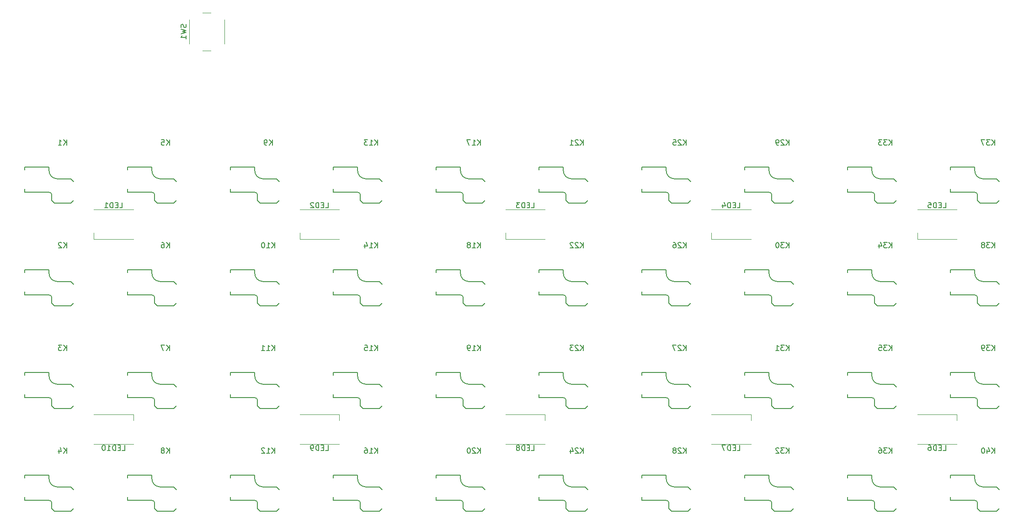
<source format=gbo>
G04 #@! TF.GenerationSoftware,KiCad,Pcbnew,6.0.7-f9a2dced07~116~ubuntu20.04.1*
G04 #@! TF.CreationDate,2022-09-18T13:16:26+08:00*
G04 #@! TF.ProjectId,keyboard v3,6b657962-6f61-4726-9420-76332e6b6963,rev?*
G04 #@! TF.SameCoordinates,Original*
G04 #@! TF.FileFunction,Legend,Bot*
G04 #@! TF.FilePolarity,Positive*
%FSLAX46Y46*%
G04 Gerber Fmt 4.6, Leading zero omitted, Abs format (unit mm)*
G04 Created by KiCad (PCBNEW 6.0.7-f9a2dced07~116~ubuntu20.04.1) date 2022-09-18 13:16:26*
%MOMM*%
%LPD*%
G01*
G04 APERTURE LIST*
G04 Aperture macros list*
%AMRotRect*
0 Rectangle, with rotation*
0 The origin of the aperture is its center*
0 $1 length*
0 $2 width*
0 $3 Rotation angle, in degrees counterclockwise*
0 Add horizontal line*
21,1,$1,$2,0,0,$3*%
G04 Aperture macros list end*
%ADD10C,0.150000*%
%ADD11C,0.120000*%
%ADD12C,1.701800*%
%ADD13C,3.000000*%
%ADD14C,3.987800*%
%ADD15C,2.286000*%
%ADD16R,2.600000X2.600000*%
%ADD17RotRect,1.600000X1.600000X45.000000*%
%ADD18C,1.600000*%
%ADD19C,5.000000*%
%ADD20R,1.600000X1.600000*%
%ADD21R,1.500000X1.000000*%
%ADD22C,2.000000*%
G04 APERTURE END LIST*
D10*
X68725595Y-92952380D02*
X68725595Y-91952380D01*
X68154166Y-92952380D02*
X68582738Y-92380952D01*
X68154166Y-91952380D02*
X68725595Y-92523809D01*
X67773214Y-92047619D02*
X67725595Y-92000000D01*
X67630357Y-91952380D01*
X67392261Y-91952380D01*
X67297023Y-92000000D01*
X67249404Y-92047619D01*
X67201785Y-92142857D01*
X67201785Y-92238095D01*
X67249404Y-92380952D01*
X67820833Y-92952380D01*
X67201785Y-92952380D01*
X183501785Y-112002380D02*
X183501785Y-111002380D01*
X182930357Y-112002380D02*
X183358928Y-111430952D01*
X182930357Y-111002380D02*
X183501785Y-111573809D01*
X182549404Y-111097619D02*
X182501785Y-111050000D01*
X182406547Y-111002380D01*
X182168452Y-111002380D01*
X182073214Y-111050000D01*
X182025595Y-111097619D01*
X181977976Y-111192857D01*
X181977976Y-111288095D01*
X182025595Y-111430952D01*
X182597023Y-112002380D01*
X181977976Y-112002380D01*
X181644642Y-111002380D02*
X180977976Y-111002380D01*
X181406547Y-112002380D01*
X145401785Y-131052380D02*
X145401785Y-130052380D01*
X144830357Y-131052380D02*
X145258928Y-130480952D01*
X144830357Y-130052380D02*
X145401785Y-130623809D01*
X144449404Y-130147619D02*
X144401785Y-130100000D01*
X144306547Y-130052380D01*
X144068452Y-130052380D01*
X143973214Y-130100000D01*
X143925595Y-130147619D01*
X143877976Y-130242857D01*
X143877976Y-130338095D01*
X143925595Y-130480952D01*
X144497023Y-131052380D01*
X143877976Y-131052380D01*
X143258928Y-130052380D02*
X143163690Y-130052380D01*
X143068452Y-130100000D01*
X143020833Y-130147619D01*
X142973214Y-130242857D01*
X142925595Y-130433333D01*
X142925595Y-130671428D01*
X142973214Y-130861904D01*
X143020833Y-130957142D01*
X143068452Y-131004761D01*
X143163690Y-131052380D01*
X143258928Y-131052380D01*
X143354166Y-131004761D01*
X143401785Y-130957142D01*
X143449404Y-130861904D01*
X143497023Y-130671428D01*
X143497023Y-130433333D01*
X143449404Y-130242857D01*
X143401785Y-130147619D01*
X143354166Y-130100000D01*
X143258928Y-130052380D01*
X126351785Y-112002380D02*
X126351785Y-111002380D01*
X125780357Y-112002380D02*
X126208928Y-111430952D01*
X125780357Y-111002380D02*
X126351785Y-111573809D01*
X124827976Y-112002380D02*
X125399404Y-112002380D01*
X125113690Y-112002380D02*
X125113690Y-111002380D01*
X125208928Y-111145238D01*
X125304166Y-111240476D01*
X125399404Y-111288095D01*
X123923214Y-111002380D02*
X124399404Y-111002380D01*
X124447023Y-111478571D01*
X124399404Y-111430952D01*
X124304166Y-111383333D01*
X124066071Y-111383333D01*
X123970833Y-111430952D01*
X123923214Y-111478571D01*
X123875595Y-111573809D01*
X123875595Y-111811904D01*
X123923214Y-111907142D01*
X123970833Y-111954761D01*
X124066071Y-112002380D01*
X124304166Y-112002380D01*
X124399404Y-111954761D01*
X124447023Y-111907142D01*
X183501785Y-92952380D02*
X183501785Y-91952380D01*
X182930357Y-92952380D02*
X183358928Y-92380952D01*
X182930357Y-91952380D02*
X183501785Y-92523809D01*
X182549404Y-92047619D02*
X182501785Y-92000000D01*
X182406547Y-91952380D01*
X182168452Y-91952380D01*
X182073214Y-92000000D01*
X182025595Y-92047619D01*
X181977976Y-92142857D01*
X181977976Y-92238095D01*
X182025595Y-92380952D01*
X182597023Y-92952380D01*
X181977976Y-92952380D01*
X181120833Y-91952380D02*
X181311309Y-91952380D01*
X181406547Y-92000000D01*
X181454166Y-92047619D01*
X181549404Y-92190476D01*
X181597023Y-92380952D01*
X181597023Y-92761904D01*
X181549404Y-92857142D01*
X181501785Y-92904761D01*
X181406547Y-92952380D01*
X181216071Y-92952380D01*
X181120833Y-92904761D01*
X181073214Y-92857142D01*
X181025595Y-92761904D01*
X181025595Y-92523809D01*
X181073214Y-92428571D01*
X181120833Y-92380952D01*
X181216071Y-92333333D01*
X181406547Y-92333333D01*
X181501785Y-92380952D01*
X181549404Y-92428571D01*
X181597023Y-92523809D01*
X87775595Y-131052380D02*
X87775595Y-130052380D01*
X87204166Y-131052380D02*
X87632738Y-130480952D01*
X87204166Y-130052380D02*
X87775595Y-130623809D01*
X86632738Y-130480952D02*
X86727976Y-130433333D01*
X86775595Y-130385714D01*
X86823214Y-130290476D01*
X86823214Y-130242857D01*
X86775595Y-130147619D01*
X86727976Y-130100000D01*
X86632738Y-130052380D01*
X86442261Y-130052380D01*
X86347023Y-130100000D01*
X86299404Y-130147619D01*
X86251785Y-130242857D01*
X86251785Y-130290476D01*
X86299404Y-130385714D01*
X86347023Y-130433333D01*
X86442261Y-130480952D01*
X86632738Y-130480952D01*
X86727976Y-130528571D01*
X86775595Y-130576190D01*
X86823214Y-130671428D01*
X86823214Y-130861904D01*
X86775595Y-130957142D01*
X86727976Y-131004761D01*
X86632738Y-131052380D01*
X86442261Y-131052380D01*
X86347023Y-131004761D01*
X86299404Y-130957142D01*
X86251785Y-130861904D01*
X86251785Y-130671428D01*
X86299404Y-130576190D01*
X86347023Y-130528571D01*
X86442261Y-130480952D01*
X240651785Y-112002380D02*
X240651785Y-111002380D01*
X240080357Y-112002380D02*
X240508928Y-111430952D01*
X240080357Y-111002380D02*
X240651785Y-111573809D01*
X239747023Y-111002380D02*
X239127976Y-111002380D01*
X239461309Y-111383333D01*
X239318452Y-111383333D01*
X239223214Y-111430952D01*
X239175595Y-111478571D01*
X239127976Y-111573809D01*
X239127976Y-111811904D01*
X239175595Y-111907142D01*
X239223214Y-111954761D01*
X239318452Y-112002380D01*
X239604166Y-112002380D01*
X239699404Y-111954761D01*
X239747023Y-111907142D01*
X238651785Y-112002380D02*
X238461309Y-112002380D01*
X238366071Y-111954761D01*
X238318452Y-111907142D01*
X238223214Y-111764285D01*
X238175595Y-111573809D01*
X238175595Y-111192857D01*
X238223214Y-111097619D01*
X238270833Y-111050000D01*
X238366071Y-111002380D01*
X238556547Y-111002380D01*
X238651785Y-111050000D01*
X238699404Y-111097619D01*
X238747023Y-111192857D01*
X238747023Y-111430952D01*
X238699404Y-111526190D01*
X238651785Y-111573809D01*
X238556547Y-111621428D01*
X238366071Y-111621428D01*
X238270833Y-111573809D01*
X238223214Y-111526190D01*
X238175595Y-111430952D01*
X126351785Y-131052380D02*
X126351785Y-130052380D01*
X125780357Y-131052380D02*
X126208928Y-130480952D01*
X125780357Y-130052380D02*
X126351785Y-130623809D01*
X124827976Y-131052380D02*
X125399404Y-131052380D01*
X125113690Y-131052380D02*
X125113690Y-130052380D01*
X125208928Y-130195238D01*
X125304166Y-130290476D01*
X125399404Y-130338095D01*
X123970833Y-130052380D02*
X124161309Y-130052380D01*
X124256547Y-130100000D01*
X124304166Y-130147619D01*
X124399404Y-130290476D01*
X124447023Y-130480952D01*
X124447023Y-130861904D01*
X124399404Y-130957142D01*
X124351785Y-131004761D01*
X124256547Y-131052380D01*
X124066071Y-131052380D01*
X123970833Y-131004761D01*
X123923214Y-130957142D01*
X123875595Y-130861904D01*
X123875595Y-130623809D01*
X123923214Y-130528571D01*
X123970833Y-130480952D01*
X124066071Y-130433333D01*
X124256547Y-130433333D01*
X124351785Y-130480952D01*
X124399404Y-130528571D01*
X124447023Y-130623809D01*
X221601785Y-73902380D02*
X221601785Y-72902380D01*
X221030357Y-73902380D02*
X221458928Y-73330952D01*
X221030357Y-72902380D02*
X221601785Y-73473809D01*
X220697023Y-72902380D02*
X220077976Y-72902380D01*
X220411309Y-73283333D01*
X220268452Y-73283333D01*
X220173214Y-73330952D01*
X220125595Y-73378571D01*
X220077976Y-73473809D01*
X220077976Y-73711904D01*
X220125595Y-73807142D01*
X220173214Y-73854761D01*
X220268452Y-73902380D01*
X220554166Y-73902380D01*
X220649404Y-73854761D01*
X220697023Y-73807142D01*
X219744642Y-72902380D02*
X219125595Y-72902380D01*
X219458928Y-73283333D01*
X219316071Y-73283333D01*
X219220833Y-73330952D01*
X219173214Y-73378571D01*
X219125595Y-73473809D01*
X219125595Y-73711904D01*
X219173214Y-73807142D01*
X219220833Y-73854761D01*
X219316071Y-73902380D01*
X219601785Y-73902380D01*
X219697023Y-73854761D01*
X219744642Y-73807142D01*
X164451785Y-73902380D02*
X164451785Y-72902380D01*
X163880357Y-73902380D02*
X164308928Y-73330952D01*
X163880357Y-72902380D02*
X164451785Y-73473809D01*
X163499404Y-72997619D02*
X163451785Y-72950000D01*
X163356547Y-72902380D01*
X163118452Y-72902380D01*
X163023214Y-72950000D01*
X162975595Y-72997619D01*
X162927976Y-73092857D01*
X162927976Y-73188095D01*
X162975595Y-73330952D01*
X163547023Y-73902380D01*
X162927976Y-73902380D01*
X161975595Y-73902380D02*
X162547023Y-73902380D01*
X162261309Y-73902380D02*
X162261309Y-72902380D01*
X162356547Y-73045238D01*
X162451785Y-73140476D01*
X162547023Y-73188095D01*
X183501785Y-131052380D02*
X183501785Y-130052380D01*
X182930357Y-131052380D02*
X183358928Y-130480952D01*
X182930357Y-130052380D02*
X183501785Y-130623809D01*
X182549404Y-130147619D02*
X182501785Y-130100000D01*
X182406547Y-130052380D01*
X182168452Y-130052380D01*
X182073214Y-130100000D01*
X182025595Y-130147619D01*
X181977976Y-130242857D01*
X181977976Y-130338095D01*
X182025595Y-130480952D01*
X182597023Y-131052380D01*
X181977976Y-131052380D01*
X181406547Y-130480952D02*
X181501785Y-130433333D01*
X181549404Y-130385714D01*
X181597023Y-130290476D01*
X181597023Y-130242857D01*
X181549404Y-130147619D01*
X181501785Y-130100000D01*
X181406547Y-130052380D01*
X181216071Y-130052380D01*
X181120833Y-130100000D01*
X181073214Y-130147619D01*
X181025595Y-130242857D01*
X181025595Y-130290476D01*
X181073214Y-130385714D01*
X181120833Y-130433333D01*
X181216071Y-130480952D01*
X181406547Y-130480952D01*
X181501785Y-130528571D01*
X181549404Y-130576190D01*
X181597023Y-130671428D01*
X181597023Y-130861904D01*
X181549404Y-130957142D01*
X181501785Y-131004761D01*
X181406547Y-131052380D01*
X181216071Y-131052380D01*
X181120833Y-131004761D01*
X181073214Y-130957142D01*
X181025595Y-130861904D01*
X181025595Y-130671428D01*
X181073214Y-130576190D01*
X181120833Y-130528571D01*
X181216071Y-130480952D01*
X202551785Y-73902380D02*
X202551785Y-72902380D01*
X201980357Y-73902380D02*
X202408928Y-73330952D01*
X201980357Y-72902380D02*
X202551785Y-73473809D01*
X201599404Y-72997619D02*
X201551785Y-72950000D01*
X201456547Y-72902380D01*
X201218452Y-72902380D01*
X201123214Y-72950000D01*
X201075595Y-72997619D01*
X201027976Y-73092857D01*
X201027976Y-73188095D01*
X201075595Y-73330952D01*
X201647023Y-73902380D01*
X201027976Y-73902380D01*
X200551785Y-73902380D02*
X200361309Y-73902380D01*
X200266071Y-73854761D01*
X200218452Y-73807142D01*
X200123214Y-73664285D01*
X200075595Y-73473809D01*
X200075595Y-73092857D01*
X200123214Y-72997619D01*
X200170833Y-72950000D01*
X200266071Y-72902380D01*
X200456547Y-72902380D01*
X200551785Y-72950000D01*
X200599404Y-72997619D01*
X200647023Y-73092857D01*
X200647023Y-73330952D01*
X200599404Y-73426190D01*
X200551785Y-73473809D01*
X200456547Y-73521428D01*
X200266071Y-73521428D01*
X200170833Y-73473809D01*
X200123214Y-73426190D01*
X200075595Y-73330952D01*
X68725595Y-112002380D02*
X68725595Y-111002380D01*
X68154166Y-112002380D02*
X68582738Y-111430952D01*
X68154166Y-111002380D02*
X68725595Y-111573809D01*
X67820833Y-111002380D02*
X67201785Y-111002380D01*
X67535119Y-111383333D01*
X67392261Y-111383333D01*
X67297023Y-111430952D01*
X67249404Y-111478571D01*
X67201785Y-111573809D01*
X67201785Y-111811904D01*
X67249404Y-111907142D01*
X67297023Y-111954761D01*
X67392261Y-112002380D01*
X67677976Y-112002380D01*
X67773214Y-111954761D01*
X67820833Y-111907142D01*
X164451785Y-92952380D02*
X164451785Y-91952380D01*
X163880357Y-92952380D02*
X164308928Y-92380952D01*
X163880357Y-91952380D02*
X164451785Y-92523809D01*
X163499404Y-92047619D02*
X163451785Y-92000000D01*
X163356547Y-91952380D01*
X163118452Y-91952380D01*
X163023214Y-92000000D01*
X162975595Y-92047619D01*
X162927976Y-92142857D01*
X162927976Y-92238095D01*
X162975595Y-92380952D01*
X163547023Y-92952380D01*
X162927976Y-92952380D01*
X162547023Y-92047619D02*
X162499404Y-92000000D01*
X162404166Y-91952380D01*
X162166071Y-91952380D01*
X162070833Y-92000000D01*
X162023214Y-92047619D01*
X161975595Y-92142857D01*
X161975595Y-92238095D01*
X162023214Y-92380952D01*
X162594642Y-92952380D01*
X161975595Y-92952380D01*
X202551785Y-131052380D02*
X202551785Y-130052380D01*
X201980357Y-131052380D02*
X202408928Y-130480952D01*
X201980357Y-130052380D02*
X202551785Y-130623809D01*
X201647023Y-130052380D02*
X201027976Y-130052380D01*
X201361309Y-130433333D01*
X201218452Y-130433333D01*
X201123214Y-130480952D01*
X201075595Y-130528571D01*
X201027976Y-130623809D01*
X201027976Y-130861904D01*
X201075595Y-130957142D01*
X201123214Y-131004761D01*
X201218452Y-131052380D01*
X201504166Y-131052380D01*
X201599404Y-131004761D01*
X201647023Y-130957142D01*
X200647023Y-130147619D02*
X200599404Y-130100000D01*
X200504166Y-130052380D01*
X200266071Y-130052380D01*
X200170833Y-130100000D01*
X200123214Y-130147619D01*
X200075595Y-130242857D01*
X200075595Y-130338095D01*
X200123214Y-130480952D01*
X200694642Y-131052380D01*
X200075595Y-131052380D01*
X202551785Y-92952380D02*
X202551785Y-91952380D01*
X201980357Y-92952380D02*
X202408928Y-92380952D01*
X201980357Y-91952380D02*
X202551785Y-92523809D01*
X201647023Y-91952380D02*
X201027976Y-91952380D01*
X201361309Y-92333333D01*
X201218452Y-92333333D01*
X201123214Y-92380952D01*
X201075595Y-92428571D01*
X201027976Y-92523809D01*
X201027976Y-92761904D01*
X201075595Y-92857142D01*
X201123214Y-92904761D01*
X201218452Y-92952380D01*
X201504166Y-92952380D01*
X201599404Y-92904761D01*
X201647023Y-92857142D01*
X200408928Y-91952380D02*
X200313690Y-91952380D01*
X200218452Y-92000000D01*
X200170833Y-92047619D01*
X200123214Y-92142857D01*
X200075595Y-92333333D01*
X200075595Y-92571428D01*
X200123214Y-92761904D01*
X200170833Y-92857142D01*
X200218452Y-92904761D01*
X200313690Y-92952380D01*
X200408928Y-92952380D01*
X200504166Y-92904761D01*
X200551785Y-92857142D01*
X200599404Y-92761904D01*
X200647023Y-92571428D01*
X200647023Y-92333333D01*
X200599404Y-92142857D01*
X200551785Y-92047619D01*
X200504166Y-92000000D01*
X200408928Y-91952380D01*
X126351785Y-73902380D02*
X126351785Y-72902380D01*
X125780357Y-73902380D02*
X126208928Y-73330952D01*
X125780357Y-72902380D02*
X126351785Y-73473809D01*
X124827976Y-73902380D02*
X125399404Y-73902380D01*
X125113690Y-73902380D02*
X125113690Y-72902380D01*
X125208928Y-73045238D01*
X125304166Y-73140476D01*
X125399404Y-73188095D01*
X124494642Y-72902380D02*
X123875595Y-72902380D01*
X124208928Y-73283333D01*
X124066071Y-73283333D01*
X123970833Y-73330952D01*
X123923214Y-73378571D01*
X123875595Y-73473809D01*
X123875595Y-73711904D01*
X123923214Y-73807142D01*
X123970833Y-73854761D01*
X124066071Y-73902380D01*
X124351785Y-73902380D01*
X124447023Y-73854761D01*
X124494642Y-73807142D01*
X107301785Y-131052380D02*
X107301785Y-130052380D01*
X106730357Y-131052380D02*
X107158928Y-130480952D01*
X106730357Y-130052380D02*
X107301785Y-130623809D01*
X105777976Y-131052380D02*
X106349404Y-131052380D01*
X106063690Y-131052380D02*
X106063690Y-130052380D01*
X106158928Y-130195238D01*
X106254166Y-130290476D01*
X106349404Y-130338095D01*
X105397023Y-130147619D02*
X105349404Y-130100000D01*
X105254166Y-130052380D01*
X105016071Y-130052380D01*
X104920833Y-130100000D01*
X104873214Y-130147619D01*
X104825595Y-130242857D01*
X104825595Y-130338095D01*
X104873214Y-130480952D01*
X105444642Y-131052380D01*
X104825595Y-131052380D01*
X240651785Y-131052380D02*
X240651785Y-130052380D01*
X240080357Y-131052380D02*
X240508928Y-130480952D01*
X240080357Y-130052380D02*
X240651785Y-130623809D01*
X239223214Y-130385714D02*
X239223214Y-131052380D01*
X239461309Y-130004761D02*
X239699404Y-130719047D01*
X239080357Y-130719047D01*
X238508928Y-130052380D02*
X238413690Y-130052380D01*
X238318452Y-130100000D01*
X238270833Y-130147619D01*
X238223214Y-130242857D01*
X238175595Y-130433333D01*
X238175595Y-130671428D01*
X238223214Y-130861904D01*
X238270833Y-130957142D01*
X238318452Y-131004761D01*
X238413690Y-131052380D01*
X238508928Y-131052380D01*
X238604166Y-131004761D01*
X238651785Y-130957142D01*
X238699404Y-130861904D01*
X238747023Y-130671428D01*
X238747023Y-130433333D01*
X238699404Y-130242857D01*
X238651785Y-130147619D01*
X238604166Y-130100000D01*
X238508928Y-130052380D01*
X145401785Y-92952380D02*
X145401785Y-91952380D01*
X144830357Y-92952380D02*
X145258928Y-92380952D01*
X144830357Y-91952380D02*
X145401785Y-92523809D01*
X143877976Y-92952380D02*
X144449404Y-92952380D01*
X144163690Y-92952380D02*
X144163690Y-91952380D01*
X144258928Y-92095238D01*
X144354166Y-92190476D01*
X144449404Y-92238095D01*
X143306547Y-92380952D02*
X143401785Y-92333333D01*
X143449404Y-92285714D01*
X143497023Y-92190476D01*
X143497023Y-92142857D01*
X143449404Y-92047619D01*
X143401785Y-92000000D01*
X143306547Y-91952380D01*
X143116071Y-91952380D01*
X143020833Y-92000000D01*
X142973214Y-92047619D01*
X142925595Y-92142857D01*
X142925595Y-92190476D01*
X142973214Y-92285714D01*
X143020833Y-92333333D01*
X143116071Y-92380952D01*
X143306547Y-92380952D01*
X143401785Y-92428571D01*
X143449404Y-92476190D01*
X143497023Y-92571428D01*
X143497023Y-92761904D01*
X143449404Y-92857142D01*
X143401785Y-92904761D01*
X143306547Y-92952380D01*
X143116071Y-92952380D01*
X143020833Y-92904761D01*
X142973214Y-92857142D01*
X142925595Y-92761904D01*
X142925595Y-92571428D01*
X142973214Y-92476190D01*
X143020833Y-92428571D01*
X143116071Y-92380952D01*
X145401785Y-73902380D02*
X145401785Y-72902380D01*
X144830357Y-73902380D02*
X145258928Y-73330952D01*
X144830357Y-72902380D02*
X145401785Y-73473809D01*
X143877976Y-73902380D02*
X144449404Y-73902380D01*
X144163690Y-73902380D02*
X144163690Y-72902380D01*
X144258928Y-73045238D01*
X144354166Y-73140476D01*
X144449404Y-73188095D01*
X143544642Y-72902380D02*
X142877976Y-72902380D01*
X143306547Y-73902380D01*
X107301785Y-112002380D02*
X107301785Y-111002380D01*
X106730357Y-112002380D02*
X107158928Y-111430952D01*
X106730357Y-111002380D02*
X107301785Y-111573809D01*
X105777976Y-112002380D02*
X106349404Y-112002380D01*
X106063690Y-112002380D02*
X106063690Y-111002380D01*
X106158928Y-111145238D01*
X106254166Y-111240476D01*
X106349404Y-111288095D01*
X104825595Y-112002380D02*
X105397023Y-112002380D01*
X105111309Y-112002380D02*
X105111309Y-111002380D01*
X105206547Y-111145238D01*
X105301785Y-111240476D01*
X105397023Y-111288095D01*
X240651785Y-73902380D02*
X240651785Y-72902380D01*
X240080357Y-73902380D02*
X240508928Y-73330952D01*
X240080357Y-72902380D02*
X240651785Y-73473809D01*
X239747023Y-72902380D02*
X239127976Y-72902380D01*
X239461309Y-73283333D01*
X239318452Y-73283333D01*
X239223214Y-73330952D01*
X239175595Y-73378571D01*
X239127976Y-73473809D01*
X239127976Y-73711904D01*
X239175595Y-73807142D01*
X239223214Y-73854761D01*
X239318452Y-73902380D01*
X239604166Y-73902380D01*
X239699404Y-73854761D01*
X239747023Y-73807142D01*
X238794642Y-72902380D02*
X238127976Y-72902380D01*
X238556547Y-73902380D01*
X87775595Y-92952380D02*
X87775595Y-91952380D01*
X87204166Y-92952380D02*
X87632738Y-92380952D01*
X87204166Y-91952380D02*
X87775595Y-92523809D01*
X86347023Y-91952380D02*
X86537500Y-91952380D01*
X86632738Y-92000000D01*
X86680357Y-92047619D01*
X86775595Y-92190476D01*
X86823214Y-92380952D01*
X86823214Y-92761904D01*
X86775595Y-92857142D01*
X86727976Y-92904761D01*
X86632738Y-92952380D01*
X86442261Y-92952380D01*
X86347023Y-92904761D01*
X86299404Y-92857142D01*
X86251785Y-92761904D01*
X86251785Y-92523809D01*
X86299404Y-92428571D01*
X86347023Y-92380952D01*
X86442261Y-92333333D01*
X86632738Y-92333333D01*
X86727976Y-92380952D01*
X86775595Y-92428571D01*
X86823214Y-92523809D01*
X221601785Y-112002380D02*
X221601785Y-111002380D01*
X221030357Y-112002380D02*
X221458928Y-111430952D01*
X221030357Y-111002380D02*
X221601785Y-111573809D01*
X220697023Y-111002380D02*
X220077976Y-111002380D01*
X220411309Y-111383333D01*
X220268452Y-111383333D01*
X220173214Y-111430952D01*
X220125595Y-111478571D01*
X220077976Y-111573809D01*
X220077976Y-111811904D01*
X220125595Y-111907142D01*
X220173214Y-111954761D01*
X220268452Y-112002380D01*
X220554166Y-112002380D01*
X220649404Y-111954761D01*
X220697023Y-111907142D01*
X219173214Y-111002380D02*
X219649404Y-111002380D01*
X219697023Y-111478571D01*
X219649404Y-111430952D01*
X219554166Y-111383333D01*
X219316071Y-111383333D01*
X219220833Y-111430952D01*
X219173214Y-111478571D01*
X219125595Y-111573809D01*
X219125595Y-111811904D01*
X219173214Y-111907142D01*
X219220833Y-111954761D01*
X219316071Y-112002380D01*
X219554166Y-112002380D01*
X219649404Y-111954761D01*
X219697023Y-111907142D01*
X145401785Y-112002380D02*
X145401785Y-111002380D01*
X144830357Y-112002380D02*
X145258928Y-111430952D01*
X144830357Y-111002380D02*
X145401785Y-111573809D01*
X143877976Y-112002380D02*
X144449404Y-112002380D01*
X144163690Y-112002380D02*
X144163690Y-111002380D01*
X144258928Y-111145238D01*
X144354166Y-111240476D01*
X144449404Y-111288095D01*
X143401785Y-112002380D02*
X143211309Y-112002380D01*
X143116071Y-111954761D01*
X143068452Y-111907142D01*
X142973214Y-111764285D01*
X142925595Y-111573809D01*
X142925595Y-111192857D01*
X142973214Y-111097619D01*
X143020833Y-111050000D01*
X143116071Y-111002380D01*
X143306547Y-111002380D01*
X143401785Y-111050000D01*
X143449404Y-111097619D01*
X143497023Y-111192857D01*
X143497023Y-111430952D01*
X143449404Y-111526190D01*
X143401785Y-111573809D01*
X143306547Y-111621428D01*
X143116071Y-111621428D01*
X143020833Y-111573809D01*
X142973214Y-111526190D01*
X142925595Y-111430952D01*
X221601785Y-92952380D02*
X221601785Y-91952380D01*
X221030357Y-92952380D02*
X221458928Y-92380952D01*
X221030357Y-91952380D02*
X221601785Y-92523809D01*
X220697023Y-91952380D02*
X220077976Y-91952380D01*
X220411309Y-92333333D01*
X220268452Y-92333333D01*
X220173214Y-92380952D01*
X220125595Y-92428571D01*
X220077976Y-92523809D01*
X220077976Y-92761904D01*
X220125595Y-92857142D01*
X220173214Y-92904761D01*
X220268452Y-92952380D01*
X220554166Y-92952380D01*
X220649404Y-92904761D01*
X220697023Y-92857142D01*
X219220833Y-92285714D02*
X219220833Y-92952380D01*
X219458928Y-91904761D02*
X219697023Y-92619047D01*
X219077976Y-92619047D01*
X68725595Y-131052380D02*
X68725595Y-130052380D01*
X68154166Y-131052380D02*
X68582738Y-130480952D01*
X68154166Y-130052380D02*
X68725595Y-130623809D01*
X67297023Y-130385714D02*
X67297023Y-131052380D01*
X67535119Y-130004761D02*
X67773214Y-130719047D01*
X67154166Y-130719047D01*
X87775595Y-112002380D02*
X87775595Y-111002380D01*
X87204166Y-112002380D02*
X87632738Y-111430952D01*
X87204166Y-111002380D02*
X87775595Y-111573809D01*
X86870833Y-111002380D02*
X86204166Y-111002380D01*
X86632738Y-112002380D01*
X68725595Y-73902380D02*
X68725595Y-72902380D01*
X68154166Y-73902380D02*
X68582738Y-73330952D01*
X68154166Y-72902380D02*
X68725595Y-73473809D01*
X67201785Y-73902380D02*
X67773214Y-73902380D01*
X67487500Y-73902380D02*
X67487500Y-72902380D01*
X67582738Y-73045238D01*
X67677976Y-73140476D01*
X67773214Y-73188095D01*
X126351785Y-92952380D02*
X126351785Y-91952380D01*
X125780357Y-92952380D02*
X126208928Y-92380952D01*
X125780357Y-91952380D02*
X126351785Y-92523809D01*
X124827976Y-92952380D02*
X125399404Y-92952380D01*
X125113690Y-92952380D02*
X125113690Y-91952380D01*
X125208928Y-92095238D01*
X125304166Y-92190476D01*
X125399404Y-92238095D01*
X123970833Y-92285714D02*
X123970833Y-92952380D01*
X124208928Y-91904761D02*
X124447023Y-92619047D01*
X123827976Y-92619047D01*
X164451785Y-131052380D02*
X164451785Y-130052380D01*
X163880357Y-131052380D02*
X164308928Y-130480952D01*
X163880357Y-130052380D02*
X164451785Y-130623809D01*
X163499404Y-130147619D02*
X163451785Y-130100000D01*
X163356547Y-130052380D01*
X163118452Y-130052380D01*
X163023214Y-130100000D01*
X162975595Y-130147619D01*
X162927976Y-130242857D01*
X162927976Y-130338095D01*
X162975595Y-130480952D01*
X163547023Y-131052380D01*
X162927976Y-131052380D01*
X162070833Y-130385714D02*
X162070833Y-131052380D01*
X162308928Y-130004761D02*
X162547023Y-130719047D01*
X161927976Y-130719047D01*
X164451785Y-112002380D02*
X164451785Y-111002380D01*
X163880357Y-112002380D02*
X164308928Y-111430952D01*
X163880357Y-111002380D02*
X164451785Y-111573809D01*
X163499404Y-111097619D02*
X163451785Y-111050000D01*
X163356547Y-111002380D01*
X163118452Y-111002380D01*
X163023214Y-111050000D01*
X162975595Y-111097619D01*
X162927976Y-111192857D01*
X162927976Y-111288095D01*
X162975595Y-111430952D01*
X163547023Y-112002380D01*
X162927976Y-112002380D01*
X162594642Y-111002380D02*
X161975595Y-111002380D01*
X162308928Y-111383333D01*
X162166071Y-111383333D01*
X162070833Y-111430952D01*
X162023214Y-111478571D01*
X161975595Y-111573809D01*
X161975595Y-111811904D01*
X162023214Y-111907142D01*
X162070833Y-111954761D01*
X162166071Y-112002380D01*
X162451785Y-112002380D01*
X162547023Y-111954761D01*
X162594642Y-111907142D01*
X183501785Y-73902380D02*
X183501785Y-72902380D01*
X182930357Y-73902380D02*
X183358928Y-73330952D01*
X182930357Y-72902380D02*
X183501785Y-73473809D01*
X182549404Y-72997619D02*
X182501785Y-72950000D01*
X182406547Y-72902380D01*
X182168452Y-72902380D01*
X182073214Y-72950000D01*
X182025595Y-72997619D01*
X181977976Y-73092857D01*
X181977976Y-73188095D01*
X182025595Y-73330952D01*
X182597023Y-73902380D01*
X181977976Y-73902380D01*
X181073214Y-72902380D02*
X181549404Y-72902380D01*
X181597023Y-73378571D01*
X181549404Y-73330952D01*
X181454166Y-73283333D01*
X181216071Y-73283333D01*
X181120833Y-73330952D01*
X181073214Y-73378571D01*
X181025595Y-73473809D01*
X181025595Y-73711904D01*
X181073214Y-73807142D01*
X181120833Y-73854761D01*
X181216071Y-73902380D01*
X181454166Y-73902380D01*
X181549404Y-73854761D01*
X181597023Y-73807142D01*
X107301785Y-92952380D02*
X107301785Y-91952380D01*
X106730357Y-92952380D02*
X107158928Y-92380952D01*
X106730357Y-91952380D02*
X107301785Y-92523809D01*
X105777976Y-92952380D02*
X106349404Y-92952380D01*
X106063690Y-92952380D02*
X106063690Y-91952380D01*
X106158928Y-92095238D01*
X106254166Y-92190476D01*
X106349404Y-92238095D01*
X105158928Y-91952380D02*
X105063690Y-91952380D01*
X104968452Y-92000000D01*
X104920833Y-92047619D01*
X104873214Y-92142857D01*
X104825595Y-92333333D01*
X104825595Y-92571428D01*
X104873214Y-92761904D01*
X104920833Y-92857142D01*
X104968452Y-92904761D01*
X105063690Y-92952380D01*
X105158928Y-92952380D01*
X105254166Y-92904761D01*
X105301785Y-92857142D01*
X105349404Y-92761904D01*
X105397023Y-92571428D01*
X105397023Y-92333333D01*
X105349404Y-92142857D01*
X105301785Y-92047619D01*
X105254166Y-92000000D01*
X105158928Y-91952380D01*
X106825595Y-73902380D02*
X106825595Y-72902380D01*
X106254166Y-73902380D02*
X106682738Y-73330952D01*
X106254166Y-72902380D02*
X106825595Y-73473809D01*
X105777976Y-73902380D02*
X105587500Y-73902380D01*
X105492261Y-73854761D01*
X105444642Y-73807142D01*
X105349404Y-73664285D01*
X105301785Y-73473809D01*
X105301785Y-73092857D01*
X105349404Y-72997619D01*
X105397023Y-72950000D01*
X105492261Y-72902380D01*
X105682738Y-72902380D01*
X105777976Y-72950000D01*
X105825595Y-72997619D01*
X105873214Y-73092857D01*
X105873214Y-73330952D01*
X105825595Y-73426190D01*
X105777976Y-73473809D01*
X105682738Y-73521428D01*
X105492261Y-73521428D01*
X105397023Y-73473809D01*
X105349404Y-73426190D01*
X105301785Y-73330952D01*
X87775595Y-73902380D02*
X87775595Y-72902380D01*
X87204166Y-73902380D02*
X87632738Y-73330952D01*
X87204166Y-72902380D02*
X87775595Y-73473809D01*
X86299404Y-72902380D02*
X86775595Y-72902380D01*
X86823214Y-73378571D01*
X86775595Y-73330952D01*
X86680357Y-73283333D01*
X86442261Y-73283333D01*
X86347023Y-73330952D01*
X86299404Y-73378571D01*
X86251785Y-73473809D01*
X86251785Y-73711904D01*
X86299404Y-73807142D01*
X86347023Y-73854761D01*
X86442261Y-73902380D01*
X86680357Y-73902380D01*
X86775595Y-73854761D01*
X86823214Y-73807142D01*
X240651785Y-92952380D02*
X240651785Y-91952380D01*
X240080357Y-92952380D02*
X240508928Y-92380952D01*
X240080357Y-91952380D02*
X240651785Y-92523809D01*
X239747023Y-91952380D02*
X239127976Y-91952380D01*
X239461309Y-92333333D01*
X239318452Y-92333333D01*
X239223214Y-92380952D01*
X239175595Y-92428571D01*
X239127976Y-92523809D01*
X239127976Y-92761904D01*
X239175595Y-92857142D01*
X239223214Y-92904761D01*
X239318452Y-92952380D01*
X239604166Y-92952380D01*
X239699404Y-92904761D01*
X239747023Y-92857142D01*
X238556547Y-92380952D02*
X238651785Y-92333333D01*
X238699404Y-92285714D01*
X238747023Y-92190476D01*
X238747023Y-92142857D01*
X238699404Y-92047619D01*
X238651785Y-92000000D01*
X238556547Y-91952380D01*
X238366071Y-91952380D01*
X238270833Y-92000000D01*
X238223214Y-92047619D01*
X238175595Y-92142857D01*
X238175595Y-92190476D01*
X238223214Y-92285714D01*
X238270833Y-92333333D01*
X238366071Y-92380952D01*
X238556547Y-92380952D01*
X238651785Y-92428571D01*
X238699404Y-92476190D01*
X238747023Y-92571428D01*
X238747023Y-92761904D01*
X238699404Y-92857142D01*
X238651785Y-92904761D01*
X238556547Y-92952380D01*
X238366071Y-92952380D01*
X238270833Y-92904761D01*
X238223214Y-92857142D01*
X238175595Y-92761904D01*
X238175595Y-92571428D01*
X238223214Y-92476190D01*
X238270833Y-92428571D01*
X238366071Y-92380952D01*
X221601785Y-131052380D02*
X221601785Y-130052380D01*
X221030357Y-131052380D02*
X221458928Y-130480952D01*
X221030357Y-130052380D02*
X221601785Y-130623809D01*
X220697023Y-130052380D02*
X220077976Y-130052380D01*
X220411309Y-130433333D01*
X220268452Y-130433333D01*
X220173214Y-130480952D01*
X220125595Y-130528571D01*
X220077976Y-130623809D01*
X220077976Y-130861904D01*
X220125595Y-130957142D01*
X220173214Y-131004761D01*
X220268452Y-131052380D01*
X220554166Y-131052380D01*
X220649404Y-131004761D01*
X220697023Y-130957142D01*
X219220833Y-130052380D02*
X219411309Y-130052380D01*
X219506547Y-130100000D01*
X219554166Y-130147619D01*
X219649404Y-130290476D01*
X219697023Y-130480952D01*
X219697023Y-130861904D01*
X219649404Y-130957142D01*
X219601785Y-131004761D01*
X219506547Y-131052380D01*
X219316071Y-131052380D01*
X219220833Y-131004761D01*
X219173214Y-130957142D01*
X219125595Y-130861904D01*
X219125595Y-130623809D01*
X219173214Y-130528571D01*
X219220833Y-130480952D01*
X219316071Y-130433333D01*
X219506547Y-130433333D01*
X219601785Y-130480952D01*
X219649404Y-130528571D01*
X219697023Y-130623809D01*
X202551785Y-112002380D02*
X202551785Y-111002380D01*
X201980357Y-112002380D02*
X202408928Y-111430952D01*
X201980357Y-111002380D02*
X202551785Y-111573809D01*
X201647023Y-111002380D02*
X201027976Y-111002380D01*
X201361309Y-111383333D01*
X201218452Y-111383333D01*
X201123214Y-111430952D01*
X201075595Y-111478571D01*
X201027976Y-111573809D01*
X201027976Y-111811904D01*
X201075595Y-111907142D01*
X201123214Y-111954761D01*
X201218452Y-112002380D01*
X201504166Y-112002380D01*
X201599404Y-111954761D01*
X201647023Y-111907142D01*
X200075595Y-112002380D02*
X200647023Y-112002380D01*
X200361309Y-112002380D02*
X200361309Y-111002380D01*
X200456547Y-111145238D01*
X200551785Y-111240476D01*
X200647023Y-111288095D01*
X192931547Y-130552380D02*
X193407738Y-130552380D01*
X193407738Y-129552380D01*
X192598214Y-130028571D02*
X192264880Y-130028571D01*
X192122023Y-130552380D02*
X192598214Y-130552380D01*
X192598214Y-129552380D01*
X192122023Y-129552380D01*
X191693452Y-130552380D02*
X191693452Y-129552380D01*
X191455357Y-129552380D01*
X191312500Y-129600000D01*
X191217261Y-129695238D01*
X191169642Y-129790476D01*
X191122023Y-129980952D01*
X191122023Y-130123809D01*
X191169642Y-130314285D01*
X191217261Y-130409523D01*
X191312500Y-130504761D01*
X191455357Y-130552380D01*
X191693452Y-130552380D01*
X190788690Y-129552380D02*
X190122023Y-129552380D01*
X190550595Y-130552380D01*
X116681547Y-130552380D02*
X117157738Y-130552380D01*
X117157738Y-129552380D01*
X116348214Y-130028571D02*
X116014880Y-130028571D01*
X115872023Y-130552380D02*
X116348214Y-130552380D01*
X116348214Y-129552380D01*
X115872023Y-129552380D01*
X115443452Y-130552380D02*
X115443452Y-129552380D01*
X115205357Y-129552380D01*
X115062500Y-129600000D01*
X114967261Y-129695238D01*
X114919642Y-129790476D01*
X114872023Y-129980952D01*
X114872023Y-130123809D01*
X114919642Y-130314285D01*
X114967261Y-130409523D01*
X115062500Y-130504761D01*
X115205357Y-130552380D01*
X115443452Y-130552380D01*
X114395833Y-130552380D02*
X114205357Y-130552380D01*
X114110119Y-130504761D01*
X114062500Y-130457142D01*
X113967261Y-130314285D01*
X113919642Y-130123809D01*
X113919642Y-129742857D01*
X113967261Y-129647619D01*
X114014880Y-129600000D01*
X114110119Y-129552380D01*
X114300595Y-129552380D01*
X114395833Y-129600000D01*
X114443452Y-129647619D01*
X114491071Y-129742857D01*
X114491071Y-129980952D01*
X114443452Y-130076190D01*
X114395833Y-130123809D01*
X114300595Y-130171428D01*
X114110119Y-130171428D01*
X114014880Y-130123809D01*
X113967261Y-130076190D01*
X113919642Y-129980952D01*
X231056547Y-130552380D02*
X231532738Y-130552380D01*
X231532738Y-129552380D01*
X230723214Y-130028571D02*
X230389880Y-130028571D01*
X230247023Y-130552380D02*
X230723214Y-130552380D01*
X230723214Y-129552380D01*
X230247023Y-129552380D01*
X229818452Y-130552380D02*
X229818452Y-129552380D01*
X229580357Y-129552380D01*
X229437500Y-129600000D01*
X229342261Y-129695238D01*
X229294642Y-129790476D01*
X229247023Y-129980952D01*
X229247023Y-130123809D01*
X229294642Y-130314285D01*
X229342261Y-130409523D01*
X229437500Y-130504761D01*
X229580357Y-130552380D01*
X229818452Y-130552380D01*
X228389880Y-129552380D02*
X228580357Y-129552380D01*
X228675595Y-129600000D01*
X228723214Y-129647619D01*
X228818452Y-129790476D01*
X228866071Y-129980952D01*
X228866071Y-130361904D01*
X228818452Y-130457142D01*
X228770833Y-130504761D01*
X228675595Y-130552380D01*
X228485119Y-130552380D01*
X228389880Y-130504761D01*
X228342261Y-130457142D01*
X228294642Y-130361904D01*
X228294642Y-130123809D01*
X228342261Y-130028571D01*
X228389880Y-129980952D01*
X228485119Y-129933333D01*
X228675595Y-129933333D01*
X228770833Y-129980952D01*
X228818452Y-130028571D01*
X228866071Y-130123809D01*
X231056547Y-85552380D02*
X231532738Y-85552380D01*
X231532738Y-84552380D01*
X230723214Y-85028571D02*
X230389880Y-85028571D01*
X230247023Y-85552380D02*
X230723214Y-85552380D01*
X230723214Y-84552380D01*
X230247023Y-84552380D01*
X229818452Y-85552380D02*
X229818452Y-84552380D01*
X229580357Y-84552380D01*
X229437500Y-84600000D01*
X229342261Y-84695238D01*
X229294642Y-84790476D01*
X229247023Y-84980952D01*
X229247023Y-85123809D01*
X229294642Y-85314285D01*
X229342261Y-85409523D01*
X229437500Y-85504761D01*
X229580357Y-85552380D01*
X229818452Y-85552380D01*
X228342261Y-84552380D02*
X228818452Y-84552380D01*
X228866071Y-85028571D01*
X228818452Y-84980952D01*
X228723214Y-84933333D01*
X228485119Y-84933333D01*
X228389880Y-84980952D01*
X228342261Y-85028571D01*
X228294642Y-85123809D01*
X228294642Y-85361904D01*
X228342261Y-85457142D01*
X228389880Y-85504761D01*
X228485119Y-85552380D01*
X228723214Y-85552380D01*
X228818452Y-85504761D01*
X228866071Y-85457142D01*
X79032738Y-130552380D02*
X79508928Y-130552380D01*
X79508928Y-129552380D01*
X78699404Y-130028571D02*
X78366071Y-130028571D01*
X78223214Y-130552380D02*
X78699404Y-130552380D01*
X78699404Y-129552380D01*
X78223214Y-129552380D01*
X77794642Y-130552380D02*
X77794642Y-129552380D01*
X77556547Y-129552380D01*
X77413690Y-129600000D01*
X77318452Y-129695238D01*
X77270833Y-129790476D01*
X77223214Y-129980952D01*
X77223214Y-130123809D01*
X77270833Y-130314285D01*
X77318452Y-130409523D01*
X77413690Y-130504761D01*
X77556547Y-130552380D01*
X77794642Y-130552380D01*
X76270833Y-130552380D02*
X76842261Y-130552380D01*
X76556547Y-130552380D02*
X76556547Y-129552380D01*
X76651785Y-129695238D01*
X76747023Y-129790476D01*
X76842261Y-129838095D01*
X75651785Y-129552380D02*
X75556547Y-129552380D01*
X75461309Y-129600000D01*
X75413690Y-129647619D01*
X75366071Y-129742857D01*
X75318452Y-129933333D01*
X75318452Y-130171428D01*
X75366071Y-130361904D01*
X75413690Y-130457142D01*
X75461309Y-130504761D01*
X75556547Y-130552380D01*
X75651785Y-130552380D01*
X75747023Y-130504761D01*
X75794642Y-130457142D01*
X75842261Y-130361904D01*
X75889880Y-130171428D01*
X75889880Y-129933333D01*
X75842261Y-129742857D01*
X75794642Y-129647619D01*
X75747023Y-129600000D01*
X75651785Y-129552380D01*
X154806547Y-130552380D02*
X155282738Y-130552380D01*
X155282738Y-129552380D01*
X154473214Y-130028571D02*
X154139880Y-130028571D01*
X153997023Y-130552380D02*
X154473214Y-130552380D01*
X154473214Y-129552380D01*
X153997023Y-129552380D01*
X153568452Y-130552380D02*
X153568452Y-129552380D01*
X153330357Y-129552380D01*
X153187500Y-129600000D01*
X153092261Y-129695238D01*
X153044642Y-129790476D01*
X152997023Y-129980952D01*
X152997023Y-130123809D01*
X153044642Y-130314285D01*
X153092261Y-130409523D01*
X153187500Y-130504761D01*
X153330357Y-130552380D01*
X153568452Y-130552380D01*
X152425595Y-129980952D02*
X152520833Y-129933333D01*
X152568452Y-129885714D01*
X152616071Y-129790476D01*
X152616071Y-129742857D01*
X152568452Y-129647619D01*
X152520833Y-129600000D01*
X152425595Y-129552380D01*
X152235119Y-129552380D01*
X152139880Y-129600000D01*
X152092261Y-129647619D01*
X152044642Y-129742857D01*
X152044642Y-129790476D01*
X152092261Y-129885714D01*
X152139880Y-129933333D01*
X152235119Y-129980952D01*
X152425595Y-129980952D01*
X152520833Y-130028571D01*
X152568452Y-130076190D01*
X152616071Y-130171428D01*
X152616071Y-130361904D01*
X152568452Y-130457142D01*
X152520833Y-130504761D01*
X152425595Y-130552380D01*
X152235119Y-130552380D01*
X152139880Y-130504761D01*
X152092261Y-130457142D01*
X152044642Y-130361904D01*
X152044642Y-130171428D01*
X152092261Y-130076190D01*
X152139880Y-130028571D01*
X152235119Y-129980952D01*
X154806547Y-85552380D02*
X155282738Y-85552380D01*
X155282738Y-84552380D01*
X154473214Y-85028571D02*
X154139880Y-85028571D01*
X153997023Y-85552380D02*
X154473214Y-85552380D01*
X154473214Y-84552380D01*
X153997023Y-84552380D01*
X153568452Y-85552380D02*
X153568452Y-84552380D01*
X153330357Y-84552380D01*
X153187500Y-84600000D01*
X153092261Y-84695238D01*
X153044642Y-84790476D01*
X152997023Y-84980952D01*
X152997023Y-85123809D01*
X153044642Y-85314285D01*
X153092261Y-85409523D01*
X153187500Y-85504761D01*
X153330357Y-85552380D01*
X153568452Y-85552380D01*
X152663690Y-84552380D02*
X152044642Y-84552380D01*
X152377976Y-84933333D01*
X152235119Y-84933333D01*
X152139880Y-84980952D01*
X152092261Y-85028571D01*
X152044642Y-85123809D01*
X152044642Y-85361904D01*
X152092261Y-85457142D01*
X152139880Y-85504761D01*
X152235119Y-85552380D01*
X152520833Y-85552380D01*
X152616071Y-85504761D01*
X152663690Y-85457142D01*
X90842261Y-51516666D02*
X90889880Y-51659523D01*
X90889880Y-51897619D01*
X90842261Y-51992857D01*
X90794642Y-52040476D01*
X90699404Y-52088095D01*
X90604166Y-52088095D01*
X90508928Y-52040476D01*
X90461309Y-51992857D01*
X90413690Y-51897619D01*
X90366071Y-51707142D01*
X90318452Y-51611904D01*
X90270833Y-51564285D01*
X90175595Y-51516666D01*
X90080357Y-51516666D01*
X89985119Y-51564285D01*
X89937500Y-51611904D01*
X89889880Y-51707142D01*
X89889880Y-51945238D01*
X89937500Y-52088095D01*
X89889880Y-52421428D02*
X90889880Y-52659523D01*
X90175595Y-52850000D01*
X90889880Y-53040476D01*
X89889880Y-53278571D01*
X90889880Y-54183333D02*
X90889880Y-53611904D01*
X90889880Y-53897619D02*
X89889880Y-53897619D01*
X90032738Y-53802380D01*
X90127976Y-53707142D01*
X90175595Y-53611904D01*
X116681547Y-85552380D02*
X117157738Y-85552380D01*
X117157738Y-84552380D01*
X116348214Y-85028571D02*
X116014880Y-85028571D01*
X115872023Y-85552380D02*
X116348214Y-85552380D01*
X116348214Y-84552380D01*
X115872023Y-84552380D01*
X115443452Y-85552380D02*
X115443452Y-84552380D01*
X115205357Y-84552380D01*
X115062500Y-84600000D01*
X114967261Y-84695238D01*
X114919642Y-84790476D01*
X114872023Y-84980952D01*
X114872023Y-85123809D01*
X114919642Y-85314285D01*
X114967261Y-85409523D01*
X115062500Y-85504761D01*
X115205357Y-85552380D01*
X115443452Y-85552380D01*
X114491071Y-84647619D02*
X114443452Y-84600000D01*
X114348214Y-84552380D01*
X114110119Y-84552380D01*
X114014880Y-84600000D01*
X113967261Y-84647619D01*
X113919642Y-84742857D01*
X113919642Y-84838095D01*
X113967261Y-84980952D01*
X114538690Y-85552380D01*
X113919642Y-85552380D01*
X78556547Y-85552380D02*
X79032738Y-85552380D01*
X79032738Y-84552380D01*
X78223214Y-85028571D02*
X77889880Y-85028571D01*
X77747023Y-85552380D02*
X78223214Y-85552380D01*
X78223214Y-84552380D01*
X77747023Y-84552380D01*
X77318452Y-85552380D02*
X77318452Y-84552380D01*
X77080357Y-84552380D01*
X76937500Y-84600000D01*
X76842261Y-84695238D01*
X76794642Y-84790476D01*
X76747023Y-84980952D01*
X76747023Y-85123809D01*
X76794642Y-85314285D01*
X76842261Y-85409523D01*
X76937500Y-85504761D01*
X77080357Y-85552380D01*
X77318452Y-85552380D01*
X75794642Y-85552380D02*
X76366071Y-85552380D01*
X76080357Y-85552380D02*
X76080357Y-84552380D01*
X76175595Y-84695238D01*
X76270833Y-84790476D01*
X76366071Y-84838095D01*
X192931547Y-85552380D02*
X193407738Y-85552380D01*
X193407738Y-84552380D01*
X192598214Y-85028571D02*
X192264880Y-85028571D01*
X192122023Y-85552380D02*
X192598214Y-85552380D01*
X192598214Y-84552380D01*
X192122023Y-84552380D01*
X191693452Y-85552380D02*
X191693452Y-84552380D01*
X191455357Y-84552380D01*
X191312500Y-84600000D01*
X191217261Y-84695238D01*
X191169642Y-84790476D01*
X191122023Y-84980952D01*
X191122023Y-85123809D01*
X191169642Y-85314285D01*
X191217261Y-85409523D01*
X191312500Y-85504761D01*
X191455357Y-85552380D01*
X191693452Y-85552380D01*
X190264880Y-84885714D02*
X190264880Y-85552380D01*
X190502976Y-84504761D02*
X190741071Y-85219047D01*
X190122023Y-85219047D01*
X69487500Y-99200000D02*
X66987500Y-99200000D01*
X69987500Y-103200000D02*
X69487500Y-103700000D01*
X66487500Y-103700000D02*
X65987500Y-103200000D01*
X60987500Y-97000000D02*
X60987500Y-97500000D01*
X60987500Y-101100000D02*
X60987500Y-101700000D01*
X60987500Y-101700000D02*
X65487500Y-101700000D01*
X65487500Y-97000000D02*
X60987500Y-97000000D01*
X65987500Y-102200000D02*
X65987500Y-103200000D01*
X69987500Y-99700000D02*
X69487500Y-99200000D01*
X69487500Y-103700000D02*
X66487500Y-103700000D01*
X65487500Y-97700000D02*
X65487500Y-97000000D01*
X65987500Y-102200000D02*
G75*
G03*
X65487500Y-101700000I-500001J-1D01*
G01*
X65487500Y-97700000D02*
G75*
G03*
X66987500Y-99200000I1500001J1D01*
G01*
X184287500Y-122250000D02*
X183787500Y-122750000D01*
X179787500Y-116750000D02*
X179787500Y-116050000D01*
X180287500Y-121250000D02*
X180287500Y-122250000D01*
X184287500Y-118750000D02*
X183787500Y-118250000D01*
X175287500Y-116050000D02*
X175287500Y-116550000D01*
X183787500Y-118250000D02*
X181287500Y-118250000D01*
X175287500Y-120750000D02*
X179787500Y-120750000D01*
X179787500Y-116050000D02*
X175287500Y-116050000D01*
X180787500Y-122750000D02*
X180287500Y-122250000D01*
X183787500Y-122750000D02*
X180787500Y-122750000D01*
X175287500Y-120150000D02*
X175287500Y-120750000D01*
X180287500Y-121250000D02*
G75*
G03*
X179787500Y-120750000I-500001J-1D01*
G01*
X179787500Y-116750000D02*
G75*
G03*
X181287500Y-118250000I1500001J1D01*
G01*
X141687500Y-135100000D02*
X137187500Y-135100000D01*
X142187500Y-140300000D02*
X142187500Y-141300000D01*
X137187500Y-135100000D02*
X137187500Y-135600000D01*
X141687500Y-135800000D02*
X141687500Y-135100000D01*
X137187500Y-139800000D02*
X141687500Y-139800000D01*
X145687500Y-137300000D02*
X143187500Y-137300000D01*
X145687500Y-141800000D02*
X142687500Y-141800000D01*
X146187500Y-137800000D02*
X145687500Y-137300000D01*
X142687500Y-141800000D02*
X142187500Y-141300000D01*
X137187500Y-139200000D02*
X137187500Y-139800000D01*
X146187500Y-141300000D02*
X145687500Y-141800000D01*
X142187500Y-140300000D02*
G75*
G03*
X141687500Y-139800000I-500001J-1D01*
G01*
X141687500Y-135800000D02*
G75*
G03*
X143187500Y-137300000I1500001J1D01*
G01*
X126637500Y-122750000D02*
X123637500Y-122750000D01*
X127137500Y-122250000D02*
X126637500Y-122750000D01*
X127137500Y-118750000D02*
X126637500Y-118250000D01*
X118137500Y-116050000D02*
X118137500Y-116550000D01*
X118137500Y-120750000D02*
X122637500Y-120750000D01*
X122637500Y-116750000D02*
X122637500Y-116050000D01*
X122637500Y-116050000D02*
X118137500Y-116050000D01*
X126637500Y-118250000D02*
X124137500Y-118250000D01*
X118137500Y-120150000D02*
X118137500Y-120750000D01*
X123637500Y-122750000D02*
X123137500Y-122250000D01*
X123137500Y-121250000D02*
X123137500Y-122250000D01*
X122637500Y-116750000D02*
G75*
G03*
X124137500Y-118250000I1500001J1D01*
G01*
X123137500Y-121250000D02*
G75*
G03*
X122637500Y-120750000I-500001J-1D01*
G01*
X180287500Y-102200000D02*
X180287500Y-103200000D01*
X184287500Y-103200000D02*
X183787500Y-103700000D01*
X175287500Y-101100000D02*
X175287500Y-101700000D01*
X179787500Y-97000000D02*
X175287500Y-97000000D01*
X183787500Y-103700000D02*
X180787500Y-103700000D01*
X179787500Y-97700000D02*
X179787500Y-97000000D01*
X175287500Y-97000000D02*
X175287500Y-97500000D01*
X180787500Y-103700000D02*
X180287500Y-103200000D01*
X184287500Y-99700000D02*
X183787500Y-99200000D01*
X183787500Y-99200000D02*
X181287500Y-99200000D01*
X175287500Y-101700000D02*
X179787500Y-101700000D01*
X179787500Y-97700000D02*
G75*
G03*
X181287500Y-99200000I1500001J1D01*
G01*
X180287500Y-102200000D02*
G75*
G03*
X179787500Y-101700000I-500001J-1D01*
G01*
X80037500Y-139800000D02*
X84537500Y-139800000D01*
X85037500Y-140300000D02*
X85037500Y-141300000D01*
X85537500Y-141800000D02*
X85037500Y-141300000D01*
X88537500Y-137300000D02*
X86037500Y-137300000D01*
X84537500Y-135100000D02*
X80037500Y-135100000D01*
X80037500Y-139200000D02*
X80037500Y-139800000D01*
X80037500Y-135100000D02*
X80037500Y-135600000D01*
X88537500Y-141800000D02*
X85537500Y-141800000D01*
X89037500Y-141300000D02*
X88537500Y-141800000D01*
X84537500Y-135800000D02*
X84537500Y-135100000D01*
X89037500Y-137800000D02*
X88537500Y-137300000D01*
X84537500Y-135800000D02*
G75*
G03*
X86037500Y-137300000I1500001J1D01*
G01*
X85037500Y-140300000D02*
G75*
G03*
X84537500Y-139800000I-500001J-1D01*
G01*
X232437500Y-116050000D02*
X232437500Y-116550000D01*
X241437500Y-122250000D02*
X240937500Y-122750000D01*
X241437500Y-118750000D02*
X240937500Y-118250000D01*
X237937500Y-122750000D02*
X237437500Y-122250000D01*
X232437500Y-120750000D02*
X236937500Y-120750000D01*
X232437500Y-120150000D02*
X232437500Y-120750000D01*
X240937500Y-122750000D02*
X237937500Y-122750000D01*
X237437500Y-121250000D02*
X237437500Y-122250000D01*
X236937500Y-116050000D02*
X232437500Y-116050000D01*
X236937500Y-116750000D02*
X236937500Y-116050000D01*
X240937500Y-118250000D02*
X238437500Y-118250000D01*
X237437500Y-121250000D02*
G75*
G03*
X236937500Y-120750000I-500001J-1D01*
G01*
X236937500Y-116750000D02*
G75*
G03*
X238437500Y-118250000I1500001J1D01*
G01*
X118137500Y-139200000D02*
X118137500Y-139800000D01*
X122637500Y-135800000D02*
X122637500Y-135100000D01*
X126637500Y-137300000D02*
X124137500Y-137300000D01*
X127137500Y-141300000D02*
X126637500Y-141800000D01*
X126637500Y-141800000D02*
X123637500Y-141800000D01*
X122637500Y-135100000D02*
X118137500Y-135100000D01*
X118137500Y-139800000D02*
X122637500Y-139800000D01*
X118137500Y-135100000D02*
X118137500Y-135600000D01*
X123637500Y-141800000D02*
X123137500Y-141300000D01*
X127137500Y-137800000D02*
X126637500Y-137300000D01*
X123137500Y-140300000D02*
X123137500Y-141300000D01*
X122637500Y-135800000D02*
G75*
G03*
X124137500Y-137300000I1500001J1D01*
G01*
X123137500Y-140300000D02*
G75*
G03*
X122637500Y-139800000I-500001J-1D01*
G01*
X217887500Y-77950000D02*
X213387500Y-77950000D01*
X213387500Y-77950000D02*
X213387500Y-78450000D01*
X222387500Y-84150000D02*
X221887500Y-84650000D01*
X217887500Y-78650000D02*
X217887500Y-77950000D01*
X218887500Y-84650000D02*
X218387500Y-84150000D01*
X213387500Y-82650000D02*
X217887500Y-82650000D01*
X221887500Y-80150000D02*
X219387500Y-80150000D01*
X218387500Y-83150000D02*
X218387500Y-84150000D01*
X222387500Y-80650000D02*
X221887500Y-80150000D01*
X213387500Y-82050000D02*
X213387500Y-82650000D01*
X221887500Y-84650000D02*
X218887500Y-84650000D01*
X217887500Y-78650000D02*
G75*
G03*
X219387500Y-80150000I1500001J1D01*
G01*
X218387500Y-83150000D02*
G75*
G03*
X217887500Y-82650000I-500001J-1D01*
G01*
X156237500Y-82650000D02*
X160737500Y-82650000D01*
X160737500Y-78650000D02*
X160737500Y-77950000D01*
X161737500Y-84650000D02*
X161237500Y-84150000D01*
X164737500Y-84650000D02*
X161737500Y-84650000D01*
X164737500Y-80150000D02*
X162237500Y-80150000D01*
X156237500Y-77950000D02*
X156237500Y-78450000D01*
X161237500Y-83150000D02*
X161237500Y-84150000D01*
X156237500Y-82050000D02*
X156237500Y-82650000D01*
X165237500Y-80650000D02*
X164737500Y-80150000D01*
X165237500Y-84150000D02*
X164737500Y-84650000D01*
X160737500Y-77950000D02*
X156237500Y-77950000D01*
X161237500Y-83150000D02*
G75*
G03*
X160737500Y-82650000I-500001J-1D01*
G01*
X160737500Y-78650000D02*
G75*
G03*
X162237500Y-80150000I1500001J1D01*
G01*
X175287500Y-139800000D02*
X179787500Y-139800000D01*
X175287500Y-139200000D02*
X175287500Y-139800000D01*
X184287500Y-141300000D02*
X183787500Y-141800000D01*
X180287500Y-140300000D02*
X180287500Y-141300000D01*
X183787500Y-141800000D02*
X180787500Y-141800000D01*
X184287500Y-137800000D02*
X183787500Y-137300000D01*
X180787500Y-141800000D02*
X180287500Y-141300000D01*
X179787500Y-135100000D02*
X175287500Y-135100000D01*
X183787500Y-137300000D02*
X181287500Y-137300000D01*
X175287500Y-135100000D02*
X175287500Y-135600000D01*
X179787500Y-135800000D02*
X179787500Y-135100000D01*
X180287500Y-140300000D02*
G75*
G03*
X179787500Y-139800000I-500001J-1D01*
G01*
X179787500Y-135800000D02*
G75*
G03*
X181287500Y-137300000I1500001J1D01*
G01*
X198837500Y-77950000D02*
X194337500Y-77950000D01*
X203337500Y-84150000D02*
X202837500Y-84650000D01*
X202837500Y-84650000D02*
X199837500Y-84650000D01*
X203337500Y-80650000D02*
X202837500Y-80150000D01*
X199337500Y-83150000D02*
X199337500Y-84150000D01*
X194337500Y-82050000D02*
X194337500Y-82650000D01*
X202837500Y-80150000D02*
X200337500Y-80150000D01*
X198837500Y-78650000D02*
X198837500Y-77950000D01*
X194337500Y-82650000D02*
X198837500Y-82650000D01*
X194337500Y-77950000D02*
X194337500Y-78450000D01*
X199837500Y-84650000D02*
X199337500Y-84150000D01*
X198837500Y-78650000D02*
G75*
G03*
X200337500Y-80150000I1500001J1D01*
G01*
X199337500Y-83150000D02*
G75*
G03*
X198837500Y-82650000I-500001J-1D01*
G01*
X69487500Y-122750000D02*
X66487500Y-122750000D01*
X69987500Y-122250000D02*
X69487500Y-122750000D01*
X65987500Y-121250000D02*
X65987500Y-122250000D01*
X60987500Y-120750000D02*
X65487500Y-120750000D01*
X60987500Y-116050000D02*
X60987500Y-116550000D01*
X60987500Y-120150000D02*
X60987500Y-120750000D01*
X65487500Y-116750000D02*
X65487500Y-116050000D01*
X65487500Y-116050000D02*
X60987500Y-116050000D01*
X69487500Y-118250000D02*
X66987500Y-118250000D01*
X69987500Y-118750000D02*
X69487500Y-118250000D01*
X66487500Y-122750000D02*
X65987500Y-122250000D01*
X65487500Y-116750000D02*
G75*
G03*
X66987500Y-118250000I1500001J1D01*
G01*
X65987500Y-121250000D02*
G75*
G03*
X65487500Y-120750000I-500001J-1D01*
G01*
X164737500Y-99200000D02*
X162237500Y-99200000D01*
X164737500Y-103700000D02*
X161737500Y-103700000D01*
X160737500Y-97700000D02*
X160737500Y-97000000D01*
X161237500Y-102200000D02*
X161237500Y-103200000D01*
X165237500Y-99700000D02*
X164737500Y-99200000D01*
X156237500Y-101100000D02*
X156237500Y-101700000D01*
X156237500Y-101700000D02*
X160737500Y-101700000D01*
X160737500Y-97000000D02*
X156237500Y-97000000D01*
X156237500Y-97000000D02*
X156237500Y-97500000D01*
X165237500Y-103200000D02*
X164737500Y-103700000D01*
X161737500Y-103700000D02*
X161237500Y-103200000D01*
X160737500Y-97700000D02*
G75*
G03*
X162237500Y-99200000I1500001J1D01*
G01*
X161237500Y-102200000D02*
G75*
G03*
X160737500Y-101700000I-500001J-1D01*
G01*
X194337500Y-139200000D02*
X194337500Y-139800000D01*
X202837500Y-137300000D02*
X200337500Y-137300000D01*
X198837500Y-135800000D02*
X198837500Y-135100000D01*
X194337500Y-135100000D02*
X194337500Y-135600000D01*
X202837500Y-141800000D02*
X199837500Y-141800000D01*
X194337500Y-139800000D02*
X198837500Y-139800000D01*
X199337500Y-140300000D02*
X199337500Y-141300000D01*
X203337500Y-137800000D02*
X202837500Y-137300000D01*
X199837500Y-141800000D02*
X199337500Y-141300000D01*
X198837500Y-135100000D02*
X194337500Y-135100000D01*
X203337500Y-141300000D02*
X202837500Y-141800000D01*
X199337500Y-140300000D02*
G75*
G03*
X198837500Y-139800000I-500001J-1D01*
G01*
X198837500Y-135800000D02*
G75*
G03*
X200337500Y-137300000I1500001J1D01*
G01*
X194337500Y-101100000D02*
X194337500Y-101700000D01*
X202837500Y-103700000D02*
X199837500Y-103700000D01*
X203337500Y-99700000D02*
X202837500Y-99200000D01*
X199837500Y-103700000D02*
X199337500Y-103200000D01*
X198837500Y-97700000D02*
X198837500Y-97000000D01*
X199337500Y-102200000D02*
X199337500Y-103200000D01*
X194337500Y-101700000D02*
X198837500Y-101700000D01*
X198837500Y-97000000D02*
X194337500Y-97000000D01*
X202837500Y-99200000D02*
X200337500Y-99200000D01*
X203337500Y-103200000D02*
X202837500Y-103700000D01*
X194337500Y-97000000D02*
X194337500Y-97500000D01*
X199337500Y-102200000D02*
G75*
G03*
X198837500Y-101700000I-500001J-1D01*
G01*
X198837500Y-97700000D02*
G75*
G03*
X200337500Y-99200000I1500001J1D01*
G01*
X122637500Y-77950000D02*
X118137500Y-77950000D01*
X118137500Y-82050000D02*
X118137500Y-82650000D01*
X127137500Y-84150000D02*
X126637500Y-84650000D01*
X118137500Y-77950000D02*
X118137500Y-78450000D01*
X118137500Y-82650000D02*
X122637500Y-82650000D01*
X123137500Y-83150000D02*
X123137500Y-84150000D01*
X126637500Y-84650000D02*
X123637500Y-84650000D01*
X127137500Y-80650000D02*
X126637500Y-80150000D01*
X123637500Y-84650000D02*
X123137500Y-84150000D01*
X126637500Y-80150000D02*
X124137500Y-80150000D01*
X122637500Y-78650000D02*
X122637500Y-77950000D01*
X123137500Y-83150000D02*
G75*
G03*
X122637500Y-82650000I-500001J-1D01*
G01*
X122637500Y-78650000D02*
G75*
G03*
X124137500Y-80150000I1500001J1D01*
G01*
X103587500Y-135800000D02*
X103587500Y-135100000D01*
X99087500Y-135100000D02*
X99087500Y-135600000D01*
X108087500Y-141300000D02*
X107587500Y-141800000D01*
X99087500Y-139800000D02*
X103587500Y-139800000D01*
X104587500Y-141800000D02*
X104087500Y-141300000D01*
X108087500Y-137800000D02*
X107587500Y-137300000D01*
X104087500Y-140300000D02*
X104087500Y-141300000D01*
X99087500Y-139200000D02*
X99087500Y-139800000D01*
X107587500Y-137300000D02*
X105087500Y-137300000D01*
X103587500Y-135100000D02*
X99087500Y-135100000D01*
X107587500Y-141800000D02*
X104587500Y-141800000D01*
X103587500Y-135800000D02*
G75*
G03*
X105087500Y-137300000I1500001J1D01*
G01*
X104087500Y-140300000D02*
G75*
G03*
X103587500Y-139800000I-500001J-1D01*
G01*
X237437500Y-140300000D02*
X237437500Y-141300000D01*
X241437500Y-141300000D02*
X240937500Y-141800000D01*
X236937500Y-135100000D02*
X232437500Y-135100000D01*
X232437500Y-139800000D02*
X236937500Y-139800000D01*
X232437500Y-135100000D02*
X232437500Y-135600000D01*
X232437500Y-139200000D02*
X232437500Y-139800000D01*
X241437500Y-137800000D02*
X240937500Y-137300000D01*
X236937500Y-135800000D02*
X236937500Y-135100000D01*
X240937500Y-137300000D02*
X238437500Y-137300000D01*
X237937500Y-141800000D02*
X237437500Y-141300000D01*
X240937500Y-141800000D02*
X237937500Y-141800000D01*
X237437500Y-140300000D02*
G75*
G03*
X236937500Y-139800000I-500001J-1D01*
G01*
X236937500Y-135800000D02*
G75*
G03*
X238437500Y-137300000I1500001J1D01*
G01*
X141687500Y-97700000D02*
X141687500Y-97000000D01*
X145687500Y-103700000D02*
X142687500Y-103700000D01*
X141687500Y-97000000D02*
X137187500Y-97000000D01*
X145687500Y-99200000D02*
X143187500Y-99200000D01*
X146187500Y-99700000D02*
X145687500Y-99200000D01*
X137187500Y-97000000D02*
X137187500Y-97500000D01*
X137187500Y-101100000D02*
X137187500Y-101700000D01*
X146187500Y-103200000D02*
X145687500Y-103700000D01*
X137187500Y-101700000D02*
X141687500Y-101700000D01*
X142687500Y-103700000D02*
X142187500Y-103200000D01*
X142187500Y-102200000D02*
X142187500Y-103200000D01*
X141687500Y-97700000D02*
G75*
G03*
X143187500Y-99200000I1500001J1D01*
G01*
X142187500Y-102200000D02*
G75*
G03*
X141687500Y-101700000I-500001J-1D01*
G01*
X141687500Y-77950000D02*
X137187500Y-77950000D01*
X137187500Y-77950000D02*
X137187500Y-78450000D01*
X145687500Y-84650000D02*
X142687500Y-84650000D01*
X142187500Y-83150000D02*
X142187500Y-84150000D01*
X146187500Y-80650000D02*
X145687500Y-80150000D01*
X146187500Y-84150000D02*
X145687500Y-84650000D01*
X137187500Y-82650000D02*
X141687500Y-82650000D01*
X137187500Y-82050000D02*
X137187500Y-82650000D01*
X142687500Y-84650000D02*
X142187500Y-84150000D01*
X141687500Y-78650000D02*
X141687500Y-77950000D01*
X145687500Y-80150000D02*
X143187500Y-80150000D01*
X142187500Y-83150000D02*
G75*
G03*
X141687500Y-82650000I-500001J-1D01*
G01*
X141687500Y-78650000D02*
G75*
G03*
X143187500Y-80150000I1500001J1D01*
G01*
X108087500Y-122250000D02*
X107587500Y-122750000D01*
X99087500Y-120150000D02*
X99087500Y-120750000D01*
X104087500Y-121250000D02*
X104087500Y-122250000D01*
X104587500Y-122750000D02*
X104087500Y-122250000D01*
X107587500Y-122750000D02*
X104587500Y-122750000D01*
X103587500Y-116750000D02*
X103587500Y-116050000D01*
X99087500Y-116050000D02*
X99087500Y-116550000D01*
X108087500Y-118750000D02*
X107587500Y-118250000D01*
X103587500Y-116050000D02*
X99087500Y-116050000D01*
X99087500Y-120750000D02*
X103587500Y-120750000D01*
X107587500Y-118250000D02*
X105087500Y-118250000D01*
X103587500Y-116750000D02*
G75*
G03*
X105087500Y-118250000I1500001J1D01*
G01*
X104087500Y-121250000D02*
G75*
G03*
X103587500Y-120750000I-500001J-1D01*
G01*
X237437500Y-83150000D02*
X237437500Y-84150000D01*
X237937500Y-84650000D02*
X237437500Y-84150000D01*
X236937500Y-77950000D02*
X232437500Y-77950000D01*
X232437500Y-82650000D02*
X236937500Y-82650000D01*
X240937500Y-84650000D02*
X237937500Y-84650000D01*
X241437500Y-80650000D02*
X240937500Y-80150000D01*
X232437500Y-82050000D02*
X232437500Y-82650000D01*
X236937500Y-78650000D02*
X236937500Y-77950000D01*
X232437500Y-77950000D02*
X232437500Y-78450000D01*
X240937500Y-80150000D02*
X238437500Y-80150000D01*
X241437500Y-84150000D02*
X240937500Y-84650000D01*
X236937500Y-78650000D02*
G75*
G03*
X238437500Y-80150000I1500001J1D01*
G01*
X237437500Y-83150000D02*
G75*
G03*
X236937500Y-82650000I-500001J-1D01*
G01*
X88537500Y-103700000D02*
X85537500Y-103700000D01*
X89037500Y-99700000D02*
X88537500Y-99200000D01*
X80037500Y-101100000D02*
X80037500Y-101700000D01*
X85037500Y-102200000D02*
X85037500Y-103200000D01*
X84537500Y-97000000D02*
X80037500Y-97000000D01*
X80037500Y-101700000D02*
X84537500Y-101700000D01*
X84537500Y-97700000D02*
X84537500Y-97000000D01*
X88537500Y-99200000D02*
X86037500Y-99200000D01*
X85537500Y-103700000D02*
X85037500Y-103200000D01*
X89037500Y-103200000D02*
X88537500Y-103700000D01*
X80037500Y-97000000D02*
X80037500Y-97500000D01*
X85037500Y-102200000D02*
G75*
G03*
X84537500Y-101700000I-500001J-1D01*
G01*
X84537500Y-97700000D02*
G75*
G03*
X86037500Y-99200000I1500001J1D01*
G01*
X221887500Y-118250000D02*
X219387500Y-118250000D01*
X217887500Y-116050000D02*
X213387500Y-116050000D01*
X218887500Y-122750000D02*
X218387500Y-122250000D01*
X213387500Y-120150000D02*
X213387500Y-120750000D01*
X222387500Y-122250000D02*
X221887500Y-122750000D01*
X217887500Y-116750000D02*
X217887500Y-116050000D01*
X218387500Y-121250000D02*
X218387500Y-122250000D01*
X213387500Y-120750000D02*
X217887500Y-120750000D01*
X222387500Y-118750000D02*
X221887500Y-118250000D01*
X221887500Y-122750000D02*
X218887500Y-122750000D01*
X213387500Y-116050000D02*
X213387500Y-116550000D01*
X218387500Y-121250000D02*
G75*
G03*
X217887500Y-120750000I-500001J-1D01*
G01*
X217887500Y-116750000D02*
G75*
G03*
X219387500Y-118250000I1500001J1D01*
G01*
X142187500Y-121250000D02*
X142187500Y-122250000D01*
X137187500Y-120150000D02*
X137187500Y-120750000D01*
X141687500Y-116750000D02*
X141687500Y-116050000D01*
X145687500Y-122750000D02*
X142687500Y-122750000D01*
X145687500Y-118250000D02*
X143187500Y-118250000D01*
X146187500Y-122250000D02*
X145687500Y-122750000D01*
X141687500Y-116050000D02*
X137187500Y-116050000D01*
X137187500Y-116050000D02*
X137187500Y-116550000D01*
X146187500Y-118750000D02*
X145687500Y-118250000D01*
X137187500Y-120750000D02*
X141687500Y-120750000D01*
X142687500Y-122750000D02*
X142187500Y-122250000D01*
X141687500Y-116750000D02*
G75*
G03*
X143187500Y-118250000I1500001J1D01*
G01*
X142187500Y-121250000D02*
G75*
G03*
X141687500Y-120750000I-500001J-1D01*
G01*
X218387500Y-102200000D02*
X218387500Y-103200000D01*
X222387500Y-103200000D02*
X221887500Y-103700000D01*
X213387500Y-97000000D02*
X213387500Y-97500000D01*
X221887500Y-103700000D02*
X218887500Y-103700000D01*
X218887500Y-103700000D02*
X218387500Y-103200000D01*
X217887500Y-97700000D02*
X217887500Y-97000000D01*
X213387500Y-101700000D02*
X217887500Y-101700000D01*
X221887500Y-99200000D02*
X219387500Y-99200000D01*
X213387500Y-101100000D02*
X213387500Y-101700000D01*
X222387500Y-99700000D02*
X221887500Y-99200000D01*
X217887500Y-97000000D02*
X213387500Y-97000000D01*
X217887500Y-97700000D02*
G75*
G03*
X219387500Y-99200000I1500001J1D01*
G01*
X218387500Y-102200000D02*
G75*
G03*
X217887500Y-101700000I-500001J-1D01*
G01*
X65487500Y-135800000D02*
X65487500Y-135100000D01*
X69487500Y-141800000D02*
X66487500Y-141800000D01*
X60987500Y-139800000D02*
X65487500Y-139800000D01*
X69987500Y-137800000D02*
X69487500Y-137300000D01*
X65487500Y-135100000D02*
X60987500Y-135100000D01*
X65987500Y-140300000D02*
X65987500Y-141300000D01*
X69487500Y-137300000D02*
X66987500Y-137300000D01*
X60987500Y-135100000D02*
X60987500Y-135600000D01*
X60987500Y-139200000D02*
X60987500Y-139800000D01*
X69987500Y-141300000D02*
X69487500Y-141800000D01*
X66487500Y-141800000D02*
X65987500Y-141300000D01*
X65987500Y-140300000D02*
G75*
G03*
X65487500Y-139800000I-500001J-1D01*
G01*
X65487500Y-135800000D02*
G75*
G03*
X66987500Y-137300000I1500001J1D01*
G01*
X80037500Y-120150000D02*
X80037500Y-120750000D01*
X89037500Y-118750000D02*
X88537500Y-118250000D01*
X85037500Y-121250000D02*
X85037500Y-122250000D01*
X80037500Y-116050000D02*
X80037500Y-116550000D01*
X84537500Y-116750000D02*
X84537500Y-116050000D01*
X89037500Y-122250000D02*
X88537500Y-122750000D01*
X80037500Y-120750000D02*
X84537500Y-120750000D01*
X85537500Y-122750000D02*
X85037500Y-122250000D01*
X84537500Y-116050000D02*
X80037500Y-116050000D01*
X88537500Y-118250000D02*
X86037500Y-118250000D01*
X88537500Y-122750000D02*
X85537500Y-122750000D01*
X85037500Y-121250000D02*
G75*
G03*
X84537500Y-120750000I-500001J-1D01*
G01*
X84537500Y-116750000D02*
G75*
G03*
X86037500Y-118250000I1500001J1D01*
G01*
X69487500Y-84650000D02*
X66487500Y-84650000D01*
X69987500Y-80650000D02*
X69487500Y-80150000D01*
X60987500Y-82050000D02*
X60987500Y-82650000D01*
X69487500Y-80150000D02*
X66987500Y-80150000D01*
X65487500Y-77950000D02*
X60987500Y-77950000D01*
X60987500Y-82650000D02*
X65487500Y-82650000D01*
X69987500Y-84150000D02*
X69487500Y-84650000D01*
X66487500Y-84650000D02*
X65987500Y-84150000D01*
X65487500Y-78650000D02*
X65487500Y-77950000D01*
X60987500Y-77950000D02*
X60987500Y-78450000D01*
X65987500Y-83150000D02*
X65987500Y-84150000D01*
X65487500Y-78650000D02*
G75*
G03*
X66987500Y-80150000I1500001J1D01*
G01*
X65987500Y-83150000D02*
G75*
G03*
X65487500Y-82650000I-500001J-1D01*
G01*
X123637500Y-103700000D02*
X123137500Y-103200000D01*
X127137500Y-99700000D02*
X126637500Y-99200000D01*
X118137500Y-101100000D02*
X118137500Y-101700000D01*
X122637500Y-97000000D02*
X118137500Y-97000000D01*
X118137500Y-101700000D02*
X122637500Y-101700000D01*
X118137500Y-97000000D02*
X118137500Y-97500000D01*
X126637500Y-103700000D02*
X123637500Y-103700000D01*
X127137500Y-103200000D02*
X126637500Y-103700000D01*
X123137500Y-102200000D02*
X123137500Y-103200000D01*
X126637500Y-99200000D02*
X124137500Y-99200000D01*
X122637500Y-97700000D02*
X122637500Y-97000000D01*
X122637500Y-97700000D02*
G75*
G03*
X124137500Y-99200000I1500001J1D01*
G01*
X123137500Y-102200000D02*
G75*
G03*
X122637500Y-101700000I-500001J-1D01*
G01*
X156237500Y-139800000D02*
X160737500Y-139800000D01*
X165237500Y-137800000D02*
X164737500Y-137300000D01*
X161237500Y-140300000D02*
X161237500Y-141300000D01*
X160737500Y-135100000D02*
X156237500Y-135100000D01*
X165237500Y-141300000D02*
X164737500Y-141800000D01*
X156237500Y-139200000D02*
X156237500Y-139800000D01*
X156237500Y-135100000D02*
X156237500Y-135600000D01*
X160737500Y-135800000D02*
X160737500Y-135100000D01*
X164737500Y-137300000D02*
X162237500Y-137300000D01*
X164737500Y-141800000D02*
X161737500Y-141800000D01*
X161737500Y-141800000D02*
X161237500Y-141300000D01*
X160737500Y-135800000D02*
G75*
G03*
X162237500Y-137300000I1500001J1D01*
G01*
X161237500Y-140300000D02*
G75*
G03*
X160737500Y-139800000I-500001J-1D01*
G01*
X161237500Y-121250000D02*
X161237500Y-122250000D01*
X164737500Y-122750000D02*
X161737500Y-122750000D01*
X164737500Y-118250000D02*
X162237500Y-118250000D01*
X165237500Y-118750000D02*
X164737500Y-118250000D01*
X165237500Y-122250000D02*
X164737500Y-122750000D01*
X156237500Y-120750000D02*
X160737500Y-120750000D01*
X156237500Y-120150000D02*
X156237500Y-120750000D01*
X160737500Y-116050000D02*
X156237500Y-116050000D01*
X156237500Y-116050000D02*
X156237500Y-116550000D01*
X160737500Y-116750000D02*
X160737500Y-116050000D01*
X161737500Y-122750000D02*
X161237500Y-122250000D01*
X160737500Y-116750000D02*
G75*
G03*
X162237500Y-118250000I1500001J1D01*
G01*
X161237500Y-121250000D02*
G75*
G03*
X160737500Y-120750000I-500001J-1D01*
G01*
X179787500Y-78650000D02*
X179787500Y-77950000D01*
X175287500Y-82650000D02*
X179787500Y-82650000D01*
X184287500Y-80650000D02*
X183787500Y-80150000D01*
X180287500Y-83150000D02*
X180287500Y-84150000D01*
X183787500Y-84650000D02*
X180787500Y-84650000D01*
X180787500Y-84650000D02*
X180287500Y-84150000D01*
X175287500Y-77950000D02*
X175287500Y-78450000D01*
X184287500Y-84150000D02*
X183787500Y-84650000D01*
X183787500Y-80150000D02*
X181287500Y-80150000D01*
X175287500Y-82050000D02*
X175287500Y-82650000D01*
X179787500Y-77950000D02*
X175287500Y-77950000D01*
X179787500Y-78650000D02*
G75*
G03*
X181287500Y-80150000I1500001J1D01*
G01*
X180287500Y-83150000D02*
G75*
G03*
X179787500Y-82650000I-500001J-1D01*
G01*
X104087500Y-102200000D02*
X104087500Y-103200000D01*
X107587500Y-103700000D02*
X104587500Y-103700000D01*
X108087500Y-99700000D02*
X107587500Y-99200000D01*
X99087500Y-101700000D02*
X103587500Y-101700000D01*
X99087500Y-97000000D02*
X99087500Y-97500000D01*
X107587500Y-99200000D02*
X105087500Y-99200000D01*
X99087500Y-101100000D02*
X99087500Y-101700000D01*
X103587500Y-97000000D02*
X99087500Y-97000000D01*
X103587500Y-97700000D02*
X103587500Y-97000000D01*
X108087500Y-103200000D02*
X107587500Y-103700000D01*
X104587500Y-103700000D02*
X104087500Y-103200000D01*
X103587500Y-97700000D02*
G75*
G03*
X105087500Y-99200000I1500001J1D01*
G01*
X104087500Y-102200000D02*
G75*
G03*
X103587500Y-101700000I-500001J-1D01*
G01*
X107587500Y-80150000D02*
X105087500Y-80150000D01*
X99087500Y-77950000D02*
X99087500Y-78450000D01*
X103587500Y-77950000D02*
X99087500Y-77950000D01*
X103587500Y-78650000D02*
X103587500Y-77950000D01*
X104087500Y-83150000D02*
X104087500Y-84150000D01*
X107587500Y-84650000D02*
X104587500Y-84650000D01*
X99087500Y-82650000D02*
X103587500Y-82650000D01*
X108087500Y-80650000D02*
X107587500Y-80150000D01*
X104587500Y-84650000D02*
X104087500Y-84150000D01*
X108087500Y-84150000D02*
X107587500Y-84650000D01*
X99087500Y-82050000D02*
X99087500Y-82650000D01*
X104087500Y-83150000D02*
G75*
G03*
X103587500Y-82650000I-500001J-1D01*
G01*
X103587500Y-78650000D02*
G75*
G03*
X105087500Y-80150000I1500001J1D01*
G01*
X85537500Y-84650000D02*
X85037500Y-84150000D01*
X80037500Y-82050000D02*
X80037500Y-82650000D01*
X84537500Y-78650000D02*
X84537500Y-77950000D01*
X88537500Y-84650000D02*
X85537500Y-84650000D01*
X80037500Y-82650000D02*
X84537500Y-82650000D01*
X88537500Y-80150000D02*
X86037500Y-80150000D01*
X89037500Y-80650000D02*
X88537500Y-80150000D01*
X85037500Y-83150000D02*
X85037500Y-84150000D01*
X89037500Y-84150000D02*
X88537500Y-84650000D01*
X84537500Y-77950000D02*
X80037500Y-77950000D01*
X80037500Y-77950000D02*
X80037500Y-78450000D01*
X85037500Y-83150000D02*
G75*
G03*
X84537500Y-82650000I-500001J-1D01*
G01*
X84537500Y-78650000D02*
G75*
G03*
X86037500Y-80150000I1500001J1D01*
G01*
X232437500Y-101700000D02*
X236937500Y-101700000D01*
X232437500Y-101100000D02*
X232437500Y-101700000D01*
X232437500Y-97000000D02*
X232437500Y-97500000D01*
X241437500Y-103200000D02*
X240937500Y-103700000D01*
X237437500Y-102200000D02*
X237437500Y-103200000D01*
X237937500Y-103700000D02*
X237437500Y-103200000D01*
X236937500Y-97700000D02*
X236937500Y-97000000D01*
X241437500Y-99700000D02*
X240937500Y-99200000D01*
X236937500Y-97000000D02*
X232437500Y-97000000D01*
X240937500Y-103700000D02*
X237937500Y-103700000D01*
X240937500Y-99200000D02*
X238437500Y-99200000D01*
X236937500Y-97700000D02*
G75*
G03*
X238437500Y-99200000I1500001J1D01*
G01*
X237437500Y-102200000D02*
G75*
G03*
X236937500Y-101700000I-500001J-1D01*
G01*
X217887500Y-135800000D02*
X217887500Y-135100000D01*
X213387500Y-135100000D02*
X213387500Y-135600000D01*
X221887500Y-137300000D02*
X219387500Y-137300000D01*
X217887500Y-135100000D02*
X213387500Y-135100000D01*
X218387500Y-140300000D02*
X218387500Y-141300000D01*
X213387500Y-139200000D02*
X213387500Y-139800000D01*
X213387500Y-139800000D02*
X217887500Y-139800000D01*
X221887500Y-141800000D02*
X218887500Y-141800000D01*
X218887500Y-141800000D02*
X218387500Y-141300000D01*
X222387500Y-141300000D02*
X221887500Y-141800000D01*
X222387500Y-137800000D02*
X221887500Y-137300000D01*
X217887500Y-135800000D02*
G75*
G03*
X219387500Y-137300000I1500001J1D01*
G01*
X218387500Y-140300000D02*
G75*
G03*
X217887500Y-139800000I-500001J-1D01*
G01*
X203337500Y-122250000D02*
X202837500Y-122750000D01*
X194337500Y-120750000D02*
X198837500Y-120750000D01*
X199337500Y-121250000D02*
X199337500Y-122250000D01*
X198837500Y-116750000D02*
X198837500Y-116050000D01*
X202837500Y-122750000D02*
X199837500Y-122750000D01*
X199837500Y-122750000D02*
X199337500Y-122250000D01*
X198837500Y-116050000D02*
X194337500Y-116050000D01*
X203337500Y-118750000D02*
X202837500Y-118250000D01*
X194337500Y-120150000D02*
X194337500Y-120750000D01*
X202837500Y-118250000D02*
X200337500Y-118250000D01*
X194337500Y-116050000D02*
X194337500Y-116550000D01*
X199337500Y-121250000D02*
G75*
G03*
X198837500Y-120750000I-500001J-1D01*
G01*
X198837500Y-116750000D02*
G75*
G03*
X200337500Y-118250000I1500001J1D01*
G01*
D11*
X188162500Y-129350000D02*
X195462500Y-129350000D01*
X195462500Y-123850000D02*
X195462500Y-125000000D01*
X188162500Y-123850000D02*
X195462500Y-123850000D01*
X119212500Y-123850000D02*
X119212500Y-125000000D01*
X111912500Y-129350000D02*
X119212500Y-129350000D01*
X111912500Y-123850000D02*
X119212500Y-123850000D01*
X233587500Y-123850000D02*
X233587500Y-125000000D01*
X226287500Y-129350000D02*
X233587500Y-129350000D01*
X226287500Y-123850000D02*
X233587500Y-123850000D01*
X226287500Y-91350000D02*
X226287500Y-90200000D01*
X233587500Y-91350000D02*
X226287500Y-91350000D01*
X233587500Y-85850000D02*
X226287500Y-85850000D01*
X73787500Y-123850000D02*
X81087500Y-123850000D01*
X73787500Y-129350000D02*
X81087500Y-129350000D01*
X81087500Y-123850000D02*
X81087500Y-125000000D01*
X157337500Y-123850000D02*
X157337500Y-125000000D01*
X150037500Y-129350000D02*
X157337500Y-129350000D01*
X150037500Y-123850000D02*
X157337500Y-123850000D01*
X150037500Y-91350000D02*
X150037500Y-90200000D01*
X157337500Y-91350000D02*
X150037500Y-91350000D01*
X157337500Y-85850000D02*
X150037500Y-85850000D01*
X93937500Y-49350000D02*
X95437500Y-49350000D01*
X95437500Y-56350000D02*
X93937500Y-56350000D01*
X91437500Y-55100000D02*
X91437500Y-50600000D01*
X97937500Y-50600000D02*
X97937500Y-55100000D01*
X111912500Y-91350000D02*
X111912500Y-90200000D01*
X119212500Y-91350000D02*
X111912500Y-91350000D01*
X119212500Y-85850000D02*
X111912500Y-85850000D01*
X81087500Y-85850000D02*
X73787500Y-85850000D01*
X81087500Y-91350000D02*
X73787500Y-91350000D01*
X73787500Y-91350000D02*
X73787500Y-90200000D01*
X195462500Y-91350000D02*
X188162500Y-91350000D01*
X188162500Y-91350000D02*
X188162500Y-90200000D01*
X195462500Y-85850000D02*
X188162500Y-85850000D01*
%LPC*%
D12*
X62487500Y-95500000D03*
X73067500Y-95500000D03*
D13*
X62987500Y-99250000D03*
D14*
X67987500Y-95500000D03*
D12*
X73487500Y-95500000D03*
X62907500Y-95500000D03*
D13*
X67987500Y-101450000D03*
D15*
X70527500Y-90420000D03*
D16*
X71262500Y-101450000D03*
D15*
X64177500Y-92960000D03*
D16*
X59712500Y-99250000D03*
D17*
X114260548Y-64957716D03*
D18*
X119775980Y-59442284D03*
D12*
X177207500Y-114550000D03*
D14*
X182287500Y-114550000D03*
D12*
X187367500Y-114550000D03*
D13*
X182287500Y-120500000D03*
D12*
X187787500Y-114550000D03*
X176787500Y-114550000D03*
D13*
X177287500Y-118300000D03*
D16*
X185562500Y-120500000D03*
D15*
X184827500Y-109470000D03*
D16*
X174012500Y-118300000D03*
D15*
X178477500Y-112010000D03*
D12*
X139107500Y-133600000D03*
D14*
X144187500Y-133600000D03*
D13*
X144187500Y-139550000D03*
D12*
X149267500Y-133600000D03*
X149687500Y-133600000D03*
X138687500Y-133600000D03*
D13*
X139187500Y-137350000D03*
D16*
X147462500Y-139550000D03*
D15*
X146727500Y-128520000D03*
X140377500Y-131060000D03*
D16*
X135912500Y-137350000D03*
D12*
X130217500Y-114550000D03*
X119637500Y-114550000D03*
X120057500Y-114550000D03*
D13*
X125137500Y-120500000D03*
D12*
X130637500Y-114550000D03*
D13*
X120137500Y-118300000D03*
D14*
X125137500Y-114550000D03*
D16*
X128412500Y-120500000D03*
D15*
X127677500Y-109470000D03*
D16*
X116862500Y-118300000D03*
D15*
X121327500Y-112010000D03*
D19*
X96567500Y-124080000D03*
X210867500Y-85990000D03*
D13*
X182287500Y-101450000D03*
D12*
X187367500Y-95500000D03*
X176787500Y-95500000D03*
X187787500Y-95500000D03*
X177207500Y-95500000D03*
D14*
X182287500Y-95500000D03*
D13*
X177287500Y-99250000D03*
D16*
X185562500Y-101450000D03*
D15*
X184827500Y-90420000D03*
D16*
X174012500Y-99250000D03*
D15*
X178477500Y-92960000D03*
D17*
X106516960Y-64957716D03*
D18*
X112032392Y-59442284D03*
D13*
X82037500Y-137350000D03*
D12*
X92117500Y-133600000D03*
X81537500Y-133600000D03*
D14*
X87037500Y-133600000D03*
D12*
X92537500Y-133600000D03*
X81957500Y-133600000D03*
D13*
X87037500Y-139550000D03*
D16*
X90312500Y-139550000D03*
D15*
X89577500Y-128520000D03*
D16*
X78762500Y-137350000D03*
D15*
X83227500Y-131060000D03*
D17*
X211055398Y-64957716D03*
D18*
X216570830Y-59442284D03*
D12*
X234357500Y-114550000D03*
D13*
X234437500Y-118300000D03*
D12*
X233937500Y-114550000D03*
D13*
X239437500Y-120500000D03*
D12*
X244937500Y-114550000D03*
X244517500Y-114550000D03*
D14*
X239437500Y-114550000D03*
D15*
X241977500Y-109470000D03*
D16*
X242712500Y-120500000D03*
D15*
X235627500Y-112010000D03*
D16*
X231162500Y-118300000D03*
D19*
X67037500Y-59000000D03*
D12*
X119637500Y-133600000D03*
X130217500Y-133600000D03*
X120057500Y-133600000D03*
D13*
X125137500Y-139550000D03*
D14*
X125137500Y-133600000D03*
D12*
X130637500Y-133600000D03*
D13*
X120137500Y-137350000D03*
D16*
X128412500Y-139550000D03*
D15*
X127677500Y-128520000D03*
X121327500Y-131060000D03*
D16*
X116862500Y-137350000D03*
D13*
X220387500Y-82400000D03*
D12*
X225467500Y-76450000D03*
X215307500Y-76450000D03*
D14*
X220387500Y-76450000D03*
D12*
X214887500Y-76450000D03*
X225887500Y-76450000D03*
D13*
X215387500Y-80200000D03*
D16*
X223662500Y-82400000D03*
D15*
X222927500Y-71370000D03*
D16*
X212112500Y-80200000D03*
D15*
X216577500Y-73910000D03*
D12*
X168317500Y-76450000D03*
D13*
X163237500Y-82400000D03*
X158237500Y-80200000D03*
D12*
X168737500Y-76450000D03*
X158157500Y-76450000D03*
X157737500Y-76450000D03*
D14*
X163237500Y-76450000D03*
D16*
X166512500Y-82400000D03*
D15*
X165777500Y-71370000D03*
D16*
X154962500Y-80200000D03*
D15*
X159427500Y-73910000D03*
D13*
X177287500Y-137350000D03*
D12*
X177207500Y-133600000D03*
D14*
X182287500Y-133600000D03*
D12*
X187787500Y-133600000D03*
D13*
X182287500Y-139550000D03*
D12*
X176787500Y-133600000D03*
X187367500Y-133600000D03*
D16*
X185562500Y-139550000D03*
D15*
X184827500Y-128520000D03*
X178477500Y-131060000D03*
D16*
X174012500Y-137350000D03*
D12*
X206837500Y-76450000D03*
X195837500Y-76450000D03*
D13*
X196337500Y-80200000D03*
D14*
X201337500Y-76450000D03*
D12*
X196257500Y-76450000D03*
D13*
X201337500Y-82400000D03*
D12*
X206417500Y-76450000D03*
D15*
X203877500Y-71370000D03*
D16*
X204612500Y-82400000D03*
X193062500Y-80200000D03*
D15*
X197527500Y-73910000D03*
D17*
X102645166Y-64957716D03*
D18*
X108160598Y-59442284D03*
D12*
X62487500Y-114550000D03*
X73487500Y-114550000D03*
X73067500Y-114550000D03*
X62907500Y-114550000D03*
D14*
X67987500Y-114550000D03*
D13*
X62987500Y-118300000D03*
X67987500Y-120500000D03*
D16*
X71262500Y-120500000D03*
D15*
X70527500Y-109470000D03*
D16*
X59712500Y-118300000D03*
D15*
X64177500Y-112010000D03*
D17*
X195568222Y-64957716D03*
D18*
X201083654Y-59442284D03*
D13*
X163237500Y-101450000D03*
D12*
X157737500Y-95500000D03*
X168737500Y-95500000D03*
X168317500Y-95500000D03*
D13*
X158237500Y-99250000D03*
D14*
X163237500Y-95500000D03*
D12*
X158157500Y-95500000D03*
D16*
X166512500Y-101450000D03*
D15*
X165777500Y-90420000D03*
X159427500Y-92960000D03*
D16*
X154962500Y-99250000D03*
D14*
X201337500Y-133600000D03*
D13*
X201337500Y-139550000D03*
X196337500Y-137350000D03*
D12*
X195837500Y-133600000D03*
X196257500Y-133600000D03*
X206417500Y-133600000D03*
X206837500Y-133600000D03*
D16*
X204612500Y-139550000D03*
D15*
X203877500Y-128520000D03*
X197527500Y-131060000D03*
D16*
X193062500Y-137350000D03*
D19*
X210867500Y-124070000D03*
D14*
X201337500Y-95500000D03*
D12*
X195837500Y-95500000D03*
X206417500Y-95500000D03*
D13*
X196337500Y-99250000D03*
X201337500Y-101450000D03*
D12*
X206837500Y-95500000D03*
X196257500Y-95500000D03*
D16*
X204612500Y-101450000D03*
D15*
X203877500Y-90420000D03*
D16*
X193062500Y-99250000D03*
D15*
X197527500Y-92960000D03*
D17*
X141363106Y-64957716D03*
D18*
X146878538Y-59442284D03*
D17*
X149106694Y-64957716D03*
D18*
X154622126Y-59442284D03*
D17*
X164593870Y-64957716D03*
D18*
X170109302Y-59442284D03*
D17*
X118132342Y-64957716D03*
D18*
X123647774Y-59442284D03*
D17*
X222670780Y-64957716D03*
D18*
X228186212Y-59442284D03*
D17*
X226542574Y-64957716D03*
D18*
X232058006Y-59442284D03*
D17*
X203311810Y-64957716D03*
D18*
X208827242Y-59442284D03*
D13*
X120137500Y-80200000D03*
D12*
X130217500Y-76450000D03*
D13*
X125137500Y-82400000D03*
D12*
X119637500Y-76450000D03*
X130637500Y-76450000D03*
D14*
X125137500Y-76450000D03*
D12*
X120057500Y-76450000D03*
D16*
X128412500Y-82400000D03*
D15*
X127677500Y-71370000D03*
D16*
X116862500Y-80200000D03*
D15*
X121327500Y-73910000D03*
D17*
X156850282Y-64957716D03*
D18*
X162365714Y-59442284D03*
D12*
X100587500Y-133600000D03*
X101007500Y-133600000D03*
D13*
X106087500Y-139550000D03*
D14*
X106087500Y-133600000D03*
D12*
X111587500Y-133600000D03*
D13*
X101087500Y-137350000D03*
D12*
X111167500Y-133600000D03*
D16*
X109362500Y-139550000D03*
D15*
X108627500Y-128520000D03*
D16*
X97812500Y-137350000D03*
D15*
X102277500Y-131060000D03*
D17*
X230414368Y-64957716D03*
D18*
X235929800Y-59442284D03*
D17*
X125875930Y-64957716D03*
D18*
X131391362Y-59442284D03*
D19*
X153717500Y-105020000D03*
D12*
X244517500Y-133600000D03*
D13*
X234437500Y-137350000D03*
X239437500Y-139550000D03*
D12*
X234357500Y-133600000D03*
D14*
X239437500Y-133600000D03*
D12*
X244937500Y-133600000D03*
X233937500Y-133600000D03*
D15*
X241977500Y-128520000D03*
D16*
X242712500Y-139550000D03*
X231162500Y-137350000D03*
D15*
X235627500Y-131060000D03*
D19*
X192037500Y-53500000D03*
D13*
X144187500Y-101450000D03*
D12*
X139107500Y-95500000D03*
D14*
X144187500Y-95500000D03*
D12*
X149267500Y-95500000D03*
X138687500Y-95500000D03*
X149687500Y-95500000D03*
D13*
X139187500Y-99250000D03*
D15*
X146727500Y-90420000D03*
D16*
X147462500Y-101450000D03*
D15*
X140377500Y-92960000D03*
D16*
X135912500Y-99250000D03*
D17*
X152978488Y-64957716D03*
D18*
X158493920Y-59442284D03*
D17*
X214927192Y-64957716D03*
D18*
X220442624Y-59442284D03*
D12*
X138687500Y-76450000D03*
X149267500Y-76450000D03*
D14*
X144187500Y-76450000D03*
D12*
X139107500Y-76450000D03*
D13*
X144187500Y-82400000D03*
D12*
X149687500Y-76450000D03*
D13*
X139187500Y-80200000D03*
D15*
X146727500Y-71370000D03*
D16*
X147462500Y-82400000D03*
D15*
X140377500Y-73910000D03*
D16*
X135912500Y-80200000D03*
D12*
X111167500Y-114550000D03*
D13*
X101087500Y-118300000D03*
X106087500Y-120500000D03*
D12*
X101007500Y-114550000D03*
D14*
X106087500Y-114550000D03*
D12*
X100587500Y-114550000D03*
X111587500Y-114550000D03*
D15*
X108627500Y-109470000D03*
D16*
X109362500Y-120500000D03*
X97812500Y-118300000D03*
D15*
X102277500Y-112010000D03*
D17*
X234286162Y-64957716D03*
D18*
X239801594Y-59442284D03*
D17*
X145234900Y-64957716D03*
D18*
X150750332Y-59442284D03*
D17*
X137491312Y-64957716D03*
D18*
X143006744Y-59442284D03*
D12*
X244517500Y-76450000D03*
D14*
X239437500Y-76450000D03*
D13*
X239437500Y-82400000D03*
X234437500Y-80200000D03*
D12*
X234357500Y-76450000D03*
X244937500Y-76450000D03*
X233937500Y-76450000D03*
D15*
X241977500Y-71370000D03*
D16*
X242712500Y-82400000D03*
X231162500Y-80200000D03*
D15*
X235627500Y-73910000D03*
D12*
X81537500Y-95500000D03*
D13*
X87037500Y-101450000D03*
X82037500Y-99250000D03*
D12*
X92537500Y-95500000D03*
X81957500Y-95500000D03*
D14*
X87037500Y-95500000D03*
D12*
X92117500Y-95500000D03*
D15*
X89577500Y-90420000D03*
D16*
X90312500Y-101450000D03*
X78762500Y-99250000D03*
D15*
X83227500Y-92960000D03*
D13*
X215387500Y-118300000D03*
D12*
X214887500Y-114550000D03*
X225467500Y-114550000D03*
D13*
X220387500Y-120500000D03*
D12*
X225887500Y-114550000D03*
X215307500Y-114550000D03*
D14*
X220387500Y-114550000D03*
D16*
X223662500Y-120500000D03*
D15*
X222927500Y-109470000D03*
D16*
X212112500Y-118300000D03*
D15*
X216577500Y-112010000D03*
D17*
X191696428Y-64957716D03*
D18*
X197211860Y-59442284D03*
D12*
X138687500Y-114550000D03*
D13*
X144187500Y-120500000D03*
D12*
X139107500Y-114550000D03*
D13*
X139187500Y-118300000D03*
D12*
X149267500Y-114550000D03*
X149687500Y-114550000D03*
D14*
X144187500Y-114550000D03*
D15*
X146727500Y-109470000D03*
D16*
X147462500Y-120500000D03*
X135912500Y-118300000D03*
D15*
X140377500Y-112010000D03*
D12*
X225467500Y-95500000D03*
D13*
X215387500Y-99250000D03*
D14*
X220387500Y-95500000D03*
D13*
X220387500Y-101450000D03*
D12*
X215307500Y-95500000D03*
X214887500Y-95500000D03*
X225887500Y-95500000D03*
D15*
X222927500Y-90420000D03*
D16*
X223662500Y-101450000D03*
D15*
X216577500Y-92960000D03*
D16*
X212112500Y-99250000D03*
D13*
X62987500Y-137350000D03*
D14*
X67987500Y-133600000D03*
D12*
X73487500Y-133600000D03*
X62487500Y-133600000D03*
X62907500Y-133600000D03*
X73067500Y-133600000D03*
D13*
X67987500Y-139550000D03*
D15*
X70527500Y-128520000D03*
D16*
X71262500Y-139550000D03*
D15*
X64177500Y-131060000D03*
D16*
X59712500Y-137350000D03*
D19*
X244537500Y-53500000D03*
D17*
X207183604Y-64957716D03*
D18*
X212699036Y-59442284D03*
D17*
X242029750Y-64957716D03*
D18*
X247545182Y-59442284D03*
D17*
X94901578Y-64957716D03*
D18*
X100417010Y-59442284D03*
D17*
X110388754Y-64957716D03*
D18*
X115904186Y-59442284D03*
D13*
X82037500Y-118300000D03*
D14*
X87037500Y-114550000D03*
D12*
X92117500Y-114550000D03*
X92537500Y-114550000D03*
X81957500Y-114550000D03*
D13*
X87037500Y-120500000D03*
D12*
X81537500Y-114550000D03*
D15*
X89577500Y-109470000D03*
D16*
X90312500Y-120500000D03*
X78762500Y-118300000D03*
D15*
X83227500Y-112010000D03*
D17*
X172337458Y-64957716D03*
D18*
X177852890Y-59442284D03*
D13*
X62987500Y-80200000D03*
D12*
X62907500Y-76450000D03*
X73067500Y-76450000D03*
X73487500Y-76450000D03*
D13*
X67987500Y-82400000D03*
D12*
X62487500Y-76450000D03*
D14*
X67987500Y-76450000D03*
D16*
X71262500Y-82400000D03*
D15*
X70527500Y-71370000D03*
D16*
X59712500Y-80200000D03*
D15*
X64177500Y-73910000D03*
D17*
X122004136Y-64957716D03*
D18*
X127519568Y-59442284D03*
D19*
X96577500Y-85970000D03*
D17*
X199440016Y-64957716D03*
D18*
X204955448Y-59442284D03*
D13*
X120137500Y-99250000D03*
D12*
X130637500Y-95500000D03*
D14*
X125137500Y-95500000D03*
D12*
X130217500Y-95500000D03*
X119637500Y-95500000D03*
X120057500Y-95500000D03*
D13*
X125137500Y-101450000D03*
D15*
X127677500Y-90420000D03*
D16*
X128412500Y-101450000D03*
D15*
X121327500Y-92960000D03*
D16*
X116862500Y-99250000D03*
D20*
X59817500Y-65111420D03*
D18*
X62357500Y-65111420D03*
X64897500Y-65111420D03*
X67437500Y-65111420D03*
X69977500Y-65111420D03*
X72517500Y-65111420D03*
X75057500Y-65111420D03*
X77597500Y-65111420D03*
X80137500Y-65111420D03*
X82677500Y-65111420D03*
X85217500Y-65111420D03*
X87757500Y-65111420D03*
X87757500Y-49871420D03*
X85217500Y-49871420D03*
X82677500Y-49871420D03*
X80137500Y-49871420D03*
X77597500Y-49871420D03*
X75057500Y-49871420D03*
X72517500Y-49871420D03*
X69977500Y-49871420D03*
X67437500Y-49871420D03*
X64897500Y-49871420D03*
X62357500Y-49871420D03*
X59817500Y-49871420D03*
D17*
X168465664Y-64957716D03*
D18*
X173981096Y-59442284D03*
D17*
X91029784Y-64957716D03*
D18*
X96545216Y-59442284D03*
D13*
X163237500Y-139550000D03*
D14*
X163237500Y-133600000D03*
D12*
X168317500Y-133600000D03*
X157737500Y-133600000D03*
X168737500Y-133600000D03*
X158157500Y-133600000D03*
D13*
X158237500Y-137350000D03*
D16*
X166512500Y-139550000D03*
D15*
X165777500Y-128520000D03*
D16*
X154962500Y-137350000D03*
D15*
X159427500Y-131060000D03*
D13*
X158237500Y-118300000D03*
D12*
X168737500Y-114550000D03*
X158157500Y-114550000D03*
D13*
X163237500Y-120500000D03*
D12*
X157737500Y-114550000D03*
D14*
X163237500Y-114550000D03*
D12*
X168317500Y-114550000D03*
D16*
X166512500Y-120500000D03*
D15*
X165777500Y-109470000D03*
D16*
X154962500Y-118300000D03*
D15*
X159427500Y-112010000D03*
D17*
X218798986Y-64957716D03*
D18*
X224314418Y-59442284D03*
D12*
X187787500Y-76450000D03*
X177207500Y-76450000D03*
D13*
X177287500Y-80200000D03*
D14*
X182287500Y-76450000D03*
D12*
X187367500Y-76450000D03*
D13*
X182287500Y-82400000D03*
D12*
X176787500Y-76450000D03*
D15*
X184827500Y-71370000D03*
D16*
X185562500Y-82400000D03*
X174012500Y-80200000D03*
D15*
X178477500Y-73910000D03*
D17*
X176209252Y-64957716D03*
D18*
X181724684Y-59442284D03*
D17*
X187824634Y-64957716D03*
D18*
X193340066Y-59442284D03*
D12*
X101007500Y-95500000D03*
D14*
X106087500Y-95500000D03*
D13*
X106087500Y-101450000D03*
D12*
X111167500Y-95500000D03*
D13*
X101087500Y-99250000D03*
D12*
X100587500Y-95500000D03*
X111587500Y-95500000D03*
D15*
X108627500Y-90420000D03*
D16*
X109362500Y-101450000D03*
X97812500Y-99250000D03*
D15*
X102277500Y-92960000D03*
D12*
X100587500Y-76450000D03*
X111167500Y-76450000D03*
X111587500Y-76450000D03*
D13*
X101087500Y-80200000D03*
D14*
X106087500Y-76450000D03*
D13*
X106087500Y-82400000D03*
D12*
X101007500Y-76450000D03*
D16*
X109362500Y-82400000D03*
D15*
X108627500Y-71370000D03*
D16*
X97812500Y-80200000D03*
D15*
X102277500Y-73910000D03*
D13*
X87037500Y-82400000D03*
D12*
X92537500Y-76450000D03*
X81537500Y-76450000D03*
X92117500Y-76450000D03*
X81957500Y-76450000D03*
D13*
X82037500Y-80200000D03*
D14*
X87037500Y-76450000D03*
D16*
X90312500Y-82400000D03*
D15*
X89577500Y-71370000D03*
D16*
X78762500Y-80200000D03*
D15*
X83227500Y-73910000D03*
D17*
X98773372Y-64957716D03*
D18*
X104288804Y-59442284D03*
D12*
X233937500Y-95500000D03*
X244937500Y-95500000D03*
D13*
X239437500Y-101450000D03*
D12*
X244517500Y-95500000D03*
D14*
X239437500Y-95500000D03*
D13*
X234437500Y-99250000D03*
D12*
X234357500Y-95500000D03*
D15*
X241977500Y-90420000D03*
D16*
X242712500Y-101450000D03*
D15*
X235627500Y-92960000D03*
D16*
X231162500Y-99250000D03*
D17*
X238157956Y-64957716D03*
D18*
X243673388Y-59442284D03*
D17*
X133619518Y-64957716D03*
D18*
X139134950Y-59442284D03*
D12*
X215307500Y-133600000D03*
D13*
X220387500Y-139550000D03*
D12*
X225887500Y-133600000D03*
D13*
X215387500Y-137350000D03*
D14*
X220387500Y-133600000D03*
D12*
X225467500Y-133600000D03*
X214887500Y-133600000D03*
D15*
X222927500Y-128520000D03*
D16*
X223662500Y-139550000D03*
X212112500Y-137350000D03*
D15*
X216577500Y-131060000D03*
D17*
X129747724Y-64957716D03*
D18*
X135263156Y-59442284D03*
D17*
X180081046Y-64957716D03*
D18*
X185596478Y-59442284D03*
D17*
X183952840Y-64957716D03*
D18*
X189468272Y-59442284D03*
D12*
X196257500Y-114550000D03*
X206837500Y-114550000D03*
D13*
X201337500Y-120500000D03*
D14*
X201337500Y-114550000D03*
D12*
X206417500Y-114550000D03*
D13*
X196337500Y-118300000D03*
D12*
X195837500Y-114550000D03*
D16*
X204612500Y-120500000D03*
D15*
X203877500Y-109470000D03*
D16*
X193062500Y-118300000D03*
D15*
X197527500Y-112010000D03*
D17*
X160722076Y-64957716D03*
D18*
X166237508Y-59442284D03*
D21*
X194262500Y-125000000D03*
X194262500Y-128200000D03*
X189362500Y-128200000D03*
X189362500Y-125000000D03*
X118012500Y-125000000D03*
X118012500Y-128200000D03*
X113112500Y-128200000D03*
X113112500Y-125000000D03*
X232387500Y-125000000D03*
X232387500Y-128200000D03*
X227487500Y-128200000D03*
X227487500Y-125000000D03*
X227487500Y-90200000D03*
X227487500Y-87000000D03*
X232387500Y-87000000D03*
X232387500Y-90200000D03*
X79887500Y-125000000D03*
X79887500Y-128200000D03*
X74987500Y-128200000D03*
X74987500Y-125000000D03*
X156137500Y-125000000D03*
X156137500Y-128200000D03*
X151237500Y-128200000D03*
X151237500Y-125000000D03*
X151237500Y-90200000D03*
X151237500Y-87000000D03*
X156137500Y-87000000D03*
X156137500Y-90200000D03*
D22*
X92437500Y-49600000D03*
X92437500Y-56100000D03*
X96937500Y-56100000D03*
X96937500Y-49600000D03*
D21*
X113112500Y-90200000D03*
X113112500Y-87000000D03*
X118012500Y-87000000D03*
X118012500Y-90200000D03*
X74987500Y-90200000D03*
X74987500Y-87000000D03*
X79887500Y-87000000D03*
X79887500Y-90200000D03*
X189362500Y-90200000D03*
X189362500Y-87000000D03*
X194262500Y-87000000D03*
X194262500Y-90200000D03*
M02*

</source>
